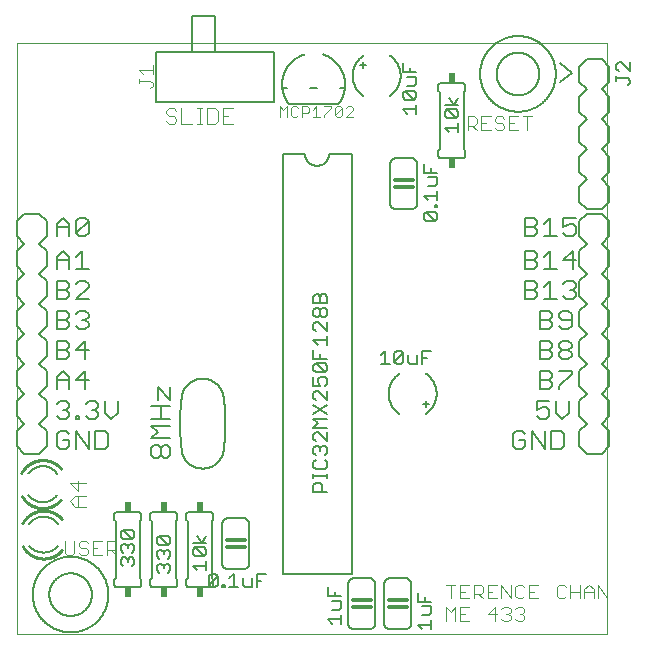
<source format=gto>
G75*
%MOIN*%
%OFA0B0*%
%FSLAX25Y25*%
%IPPOS*%
%LPD*%
%AMOC8*
5,1,8,0,0,1.08239X$1,22.5*
%
%ADD10C,0.00000*%
%ADD11C,0.00700*%
%ADD12C,0.00400*%
%ADD13C,0.00600*%
%ADD14C,0.01200*%
%ADD15C,0.00500*%
%ADD16C,0.01000*%
%ADD17C,0.00800*%
%ADD18R,0.02400X0.03400*%
D10*
X0006800Y0021800D02*
X0006800Y0218650D01*
X0203650Y0218650D01*
X0203650Y0021800D01*
X0006800Y0021800D01*
D11*
X0021201Y0083150D02*
X0023303Y0083150D01*
X0024354Y0084201D01*
X0024354Y0086303D01*
X0022252Y0086303D01*
X0024354Y0088404D02*
X0023303Y0089455D01*
X0021201Y0089455D01*
X0020150Y0088404D01*
X0020150Y0084201D01*
X0021201Y0083150D01*
X0026595Y0083150D02*
X0026595Y0089455D01*
X0030799Y0083150D01*
X0030799Y0089455D01*
X0033041Y0089455D02*
X0036194Y0089455D01*
X0037245Y0088404D01*
X0037245Y0084201D01*
X0036194Y0083150D01*
X0033041Y0083150D01*
X0033041Y0089455D01*
X0032971Y0093150D02*
X0030869Y0093150D01*
X0029818Y0094201D01*
X0027646Y0094201D02*
X0027646Y0093150D01*
X0026595Y0093150D01*
X0026595Y0094201D01*
X0027646Y0094201D01*
X0024354Y0094201D02*
X0023303Y0093150D01*
X0021201Y0093150D01*
X0020150Y0094201D01*
X0022252Y0096303D02*
X0023303Y0096303D01*
X0024354Y0095252D01*
X0024354Y0094201D01*
X0023303Y0096303D02*
X0024354Y0097354D01*
X0024354Y0098404D01*
X0023303Y0099455D01*
X0021201Y0099455D01*
X0020150Y0098404D01*
X0020150Y0103150D02*
X0020150Y0107354D01*
X0022252Y0109455D01*
X0024354Y0107354D01*
X0024354Y0103150D01*
X0024354Y0106303D02*
X0020150Y0106303D01*
X0026595Y0106303D02*
X0030799Y0106303D01*
X0029748Y0109455D02*
X0029748Y0103150D01*
X0026595Y0106303D02*
X0029748Y0109455D01*
X0029748Y0113150D02*
X0029748Y0119455D01*
X0026595Y0116303D01*
X0030799Y0116303D01*
X0024354Y0117354D02*
X0023303Y0116303D01*
X0020150Y0116303D01*
X0020150Y0119455D02*
X0020150Y0113150D01*
X0023303Y0113150D01*
X0024354Y0114201D01*
X0024354Y0115252D01*
X0023303Y0116303D01*
X0024354Y0117354D02*
X0024354Y0118404D01*
X0023303Y0119455D01*
X0020150Y0119455D01*
X0020150Y0123150D02*
X0023303Y0123150D01*
X0024354Y0124201D01*
X0024354Y0125252D01*
X0023303Y0126303D01*
X0020150Y0126303D01*
X0020150Y0129455D02*
X0023303Y0129455D01*
X0024354Y0128404D01*
X0024354Y0127354D01*
X0023303Y0126303D01*
X0020150Y0129455D02*
X0020150Y0123150D01*
X0026595Y0124201D02*
X0027646Y0123150D01*
X0029748Y0123150D01*
X0030799Y0124201D01*
X0030799Y0125252D01*
X0029748Y0126303D01*
X0028697Y0126303D01*
X0029748Y0126303D02*
X0030799Y0127354D01*
X0030799Y0128404D01*
X0029748Y0129455D01*
X0027646Y0129455D01*
X0026595Y0128404D01*
X0026595Y0133150D02*
X0030799Y0137354D01*
X0030799Y0138404D01*
X0029748Y0139455D01*
X0027646Y0139455D01*
X0026595Y0138404D01*
X0024354Y0138404D02*
X0024354Y0137354D01*
X0023303Y0136303D01*
X0020150Y0136303D01*
X0020150Y0139455D02*
X0020150Y0133150D01*
X0023303Y0133150D01*
X0024354Y0134201D01*
X0024354Y0135252D01*
X0023303Y0136303D01*
X0024354Y0138404D02*
X0023303Y0139455D01*
X0020150Y0139455D01*
X0020150Y0143150D02*
X0020150Y0147354D01*
X0022252Y0149455D01*
X0024354Y0147354D01*
X0024354Y0143150D01*
X0026595Y0143150D02*
X0030799Y0143150D01*
X0028697Y0143150D02*
X0028697Y0149455D01*
X0026595Y0147354D01*
X0024354Y0146303D02*
X0020150Y0146303D01*
X0020150Y0154150D02*
X0020150Y0158354D01*
X0022252Y0160455D01*
X0024354Y0158354D01*
X0024354Y0154150D01*
X0026595Y0155201D02*
X0030799Y0159404D01*
X0030799Y0155201D01*
X0029748Y0154150D01*
X0027646Y0154150D01*
X0026595Y0155201D01*
X0026595Y0159404D01*
X0027646Y0160455D01*
X0029748Y0160455D01*
X0030799Y0159404D01*
X0024354Y0157303D02*
X0020150Y0157303D01*
X0026595Y0133150D02*
X0030799Y0133150D01*
X0030869Y0099455D02*
X0032971Y0099455D01*
X0034022Y0098404D01*
X0034022Y0097354D01*
X0032971Y0096303D01*
X0034022Y0095252D01*
X0034022Y0094201D01*
X0032971Y0093150D01*
X0036264Y0095252D02*
X0038366Y0093150D01*
X0040467Y0095252D01*
X0040467Y0099455D01*
X0036264Y0099455D02*
X0036264Y0095252D01*
X0032971Y0096303D02*
X0031920Y0096303D01*
X0029818Y0098404D02*
X0030869Y0099455D01*
X0172150Y0088404D02*
X0172150Y0084201D01*
X0173201Y0083150D01*
X0175303Y0083150D01*
X0176354Y0084201D01*
X0176354Y0086303D01*
X0174252Y0086303D01*
X0176354Y0088404D02*
X0175303Y0089455D01*
X0173201Y0089455D01*
X0172150Y0088404D01*
X0178595Y0089455D02*
X0178595Y0083150D01*
X0182799Y0083150D02*
X0182799Y0089455D01*
X0185041Y0089455D02*
X0188194Y0089455D01*
X0189245Y0088404D01*
X0189245Y0084201D01*
X0188194Y0083150D01*
X0185041Y0083150D01*
X0185041Y0089455D01*
X0183303Y0093150D02*
X0181201Y0093150D01*
X0180150Y0094201D01*
X0180150Y0096303D02*
X0182252Y0097354D01*
X0183303Y0097354D01*
X0184354Y0096303D01*
X0184354Y0094201D01*
X0183303Y0093150D01*
X0186595Y0095252D02*
X0188697Y0093150D01*
X0190799Y0095252D01*
X0190799Y0099455D01*
X0186595Y0099455D02*
X0186595Y0095252D01*
X0184354Y0099455D02*
X0180150Y0099455D01*
X0180150Y0096303D01*
X0181150Y0103150D02*
X0184303Y0103150D01*
X0185354Y0104201D01*
X0185354Y0105252D01*
X0184303Y0106303D01*
X0181150Y0106303D01*
X0184303Y0106303D01*
X0185354Y0107354D01*
X0185354Y0108404D01*
X0184303Y0109455D01*
X0181150Y0109455D01*
X0181150Y0103150D01*
X0184303Y0103150D01*
X0185354Y0104201D01*
X0185354Y0105252D01*
X0184303Y0106303D01*
X0185354Y0107354D01*
X0185354Y0108404D01*
X0184303Y0109455D01*
X0181150Y0109455D01*
X0181150Y0103150D01*
X0187595Y0103150D02*
X0187595Y0104201D01*
X0191799Y0108404D01*
X0191799Y0109455D01*
X0187595Y0109455D01*
X0191799Y0109455D01*
X0191799Y0108404D01*
X0187595Y0104201D01*
X0187595Y0103150D01*
X0188646Y0113150D02*
X0187595Y0114201D01*
X0187595Y0115252D01*
X0188646Y0116303D01*
X0190748Y0116303D01*
X0191799Y0115252D01*
X0191799Y0114201D01*
X0190748Y0113150D01*
X0188646Y0113150D01*
X0187595Y0114201D01*
X0187595Y0115252D01*
X0188646Y0116303D01*
X0187595Y0117354D01*
X0187595Y0118404D01*
X0188646Y0119455D01*
X0190748Y0119455D01*
X0191799Y0118404D01*
X0191799Y0117354D01*
X0190748Y0116303D01*
X0188646Y0116303D01*
X0187595Y0117354D01*
X0187595Y0118404D01*
X0188646Y0119455D01*
X0190748Y0119455D01*
X0191799Y0118404D01*
X0191799Y0117354D01*
X0190748Y0116303D01*
X0191799Y0115252D01*
X0191799Y0114201D01*
X0190748Y0113150D01*
X0188646Y0113150D01*
X0185354Y0114201D02*
X0185354Y0115252D01*
X0184303Y0116303D01*
X0181150Y0116303D01*
X0184303Y0116303D01*
X0185354Y0117354D01*
X0185354Y0118404D01*
X0184303Y0119455D01*
X0181150Y0119455D01*
X0181150Y0113150D01*
X0184303Y0113150D01*
X0185354Y0114201D01*
X0184303Y0113150D01*
X0181150Y0113150D01*
X0181150Y0119455D01*
X0184303Y0119455D01*
X0185354Y0118404D01*
X0185354Y0117354D01*
X0184303Y0116303D01*
X0185354Y0115252D01*
X0185354Y0114201D01*
X0184303Y0123150D02*
X0181150Y0123150D01*
X0181150Y0129455D01*
X0184303Y0129455D01*
X0185354Y0128404D01*
X0185354Y0127354D01*
X0184303Y0126303D01*
X0181150Y0126303D01*
X0184303Y0126303D01*
X0185354Y0125252D01*
X0185354Y0124201D01*
X0184303Y0123150D01*
X0181150Y0123150D01*
X0181150Y0129455D01*
X0184303Y0129455D01*
X0185354Y0128404D01*
X0185354Y0127354D01*
X0184303Y0126303D01*
X0185354Y0125252D01*
X0185354Y0124201D01*
X0184303Y0123150D01*
X0187595Y0124201D02*
X0188646Y0123150D01*
X0190748Y0123150D01*
X0191799Y0124201D01*
X0191799Y0128404D01*
X0190748Y0129455D01*
X0188646Y0129455D01*
X0187595Y0128404D01*
X0187595Y0127354D01*
X0188646Y0126303D01*
X0191799Y0126303D01*
X0188646Y0126303D01*
X0187595Y0127354D01*
X0187595Y0128404D01*
X0188646Y0129455D01*
X0190748Y0129455D01*
X0191799Y0128404D01*
X0191799Y0124201D01*
X0190748Y0123150D01*
X0188646Y0123150D01*
X0187595Y0124201D01*
X0186799Y0133150D02*
X0182595Y0133150D01*
X0184697Y0133150D02*
X0184697Y0139455D01*
X0182595Y0137354D01*
X0180354Y0137354D02*
X0179303Y0136303D01*
X0176150Y0136303D01*
X0176150Y0139455D02*
X0176150Y0133150D01*
X0179303Y0133150D01*
X0180354Y0134201D01*
X0180354Y0135252D01*
X0179303Y0136303D01*
X0180354Y0137354D02*
X0180354Y0138404D01*
X0179303Y0139455D01*
X0176150Y0139455D01*
X0176150Y0143150D02*
X0179303Y0143150D01*
X0180354Y0144201D01*
X0180354Y0145252D01*
X0179303Y0146303D01*
X0176150Y0146303D01*
X0176150Y0149455D02*
X0176150Y0143150D01*
X0179303Y0146303D02*
X0180354Y0147354D01*
X0180354Y0148404D01*
X0179303Y0149455D01*
X0176150Y0149455D01*
X0176150Y0154150D02*
X0179303Y0154150D01*
X0180354Y0155201D01*
X0180354Y0156252D01*
X0179303Y0157303D01*
X0176150Y0157303D01*
X0176150Y0160455D02*
X0176150Y0154150D01*
X0179303Y0157303D02*
X0180354Y0158354D01*
X0180354Y0159404D01*
X0179303Y0160455D01*
X0176150Y0160455D01*
X0182595Y0158354D02*
X0184697Y0160455D01*
X0184697Y0154150D01*
X0182595Y0154150D02*
X0186799Y0154150D01*
X0189041Y0155201D02*
X0190092Y0154150D01*
X0192194Y0154150D01*
X0193245Y0155201D01*
X0193245Y0157303D01*
X0192194Y0158354D01*
X0191143Y0158354D01*
X0189041Y0157303D01*
X0189041Y0160455D01*
X0193245Y0160455D01*
X0192194Y0149455D02*
X0189041Y0146303D01*
X0193245Y0146303D01*
X0192194Y0149455D02*
X0192194Y0143150D01*
X0192194Y0139455D02*
X0190092Y0139455D01*
X0189041Y0138404D01*
X0191143Y0136303D02*
X0192194Y0136303D01*
X0193245Y0135252D01*
X0193245Y0134201D01*
X0192194Y0133150D01*
X0190092Y0133150D01*
X0189041Y0134201D01*
X0192194Y0136303D02*
X0193245Y0137354D01*
X0193245Y0138404D01*
X0192194Y0139455D01*
X0186799Y0143150D02*
X0182595Y0143150D01*
X0184697Y0143150D02*
X0184697Y0149455D01*
X0182595Y0147354D01*
X0178595Y0089455D02*
X0182799Y0083150D01*
X0187780Y0205536D02*
X0191984Y0208689D01*
X0187780Y0211841D01*
D12*
X0178591Y0194155D02*
X0175522Y0194155D01*
X0173987Y0194155D02*
X0170918Y0194155D01*
X0170918Y0189551D01*
X0173987Y0189551D01*
X0172453Y0191853D02*
X0170918Y0191853D01*
X0169383Y0191086D02*
X0169383Y0190318D01*
X0168616Y0189551D01*
X0167081Y0189551D01*
X0166314Y0190318D01*
X0164780Y0189551D02*
X0161710Y0189551D01*
X0161710Y0194155D01*
X0164780Y0194155D01*
X0166314Y0193388D02*
X0166314Y0192620D01*
X0167081Y0191853D01*
X0168616Y0191853D01*
X0169383Y0191086D01*
X0169383Y0193388D02*
X0168616Y0194155D01*
X0167081Y0194155D01*
X0166314Y0193388D01*
X0163245Y0191853D02*
X0161710Y0191853D01*
X0160176Y0191853D02*
X0160176Y0193388D01*
X0159408Y0194155D01*
X0157106Y0194155D01*
X0157106Y0189551D01*
X0157106Y0191086D02*
X0159408Y0191086D01*
X0160176Y0191853D01*
X0158641Y0191086D02*
X0160176Y0189551D01*
X0177057Y0189551D02*
X0177057Y0194155D01*
X0119001Y0194000D02*
X0116599Y0194000D01*
X0119001Y0196402D01*
X0119001Y0197003D01*
X0118400Y0197603D01*
X0117199Y0197603D01*
X0116599Y0197003D01*
X0115318Y0197003D02*
X0115318Y0194601D01*
X0114717Y0194000D01*
X0113516Y0194000D01*
X0112916Y0194601D01*
X0115318Y0197003D01*
X0114717Y0197603D01*
X0113516Y0197603D01*
X0112916Y0197003D01*
X0112916Y0194601D01*
X0111635Y0197003D02*
X0109233Y0194601D01*
X0109233Y0194000D01*
X0107951Y0194000D02*
X0105549Y0194000D01*
X0106750Y0194000D02*
X0106750Y0197603D01*
X0105549Y0196402D01*
X0104268Y0197003D02*
X0104268Y0195802D01*
X0103668Y0195201D01*
X0101866Y0195201D01*
X0101866Y0194000D02*
X0101866Y0197603D01*
X0103668Y0197603D01*
X0104268Y0197003D01*
X0100585Y0197003D02*
X0099985Y0197603D01*
X0098784Y0197603D01*
X0098183Y0197003D01*
X0098183Y0194601D01*
X0098784Y0194000D01*
X0099985Y0194000D01*
X0100585Y0194601D01*
X0096902Y0194000D02*
X0096902Y0197603D01*
X0095701Y0196402D01*
X0094500Y0197603D01*
X0094500Y0194000D01*
X0109233Y0197603D02*
X0111635Y0197603D01*
X0111635Y0197003D01*
X0078983Y0196889D02*
X0075513Y0196889D01*
X0075513Y0191685D01*
X0078983Y0191685D01*
X0077248Y0194287D02*
X0075513Y0194287D01*
X0073826Y0192552D02*
X0072959Y0191685D01*
X0070357Y0191685D01*
X0070357Y0196889D01*
X0072959Y0196889D01*
X0073826Y0196022D01*
X0073826Y0192552D01*
X0068654Y0191685D02*
X0066919Y0191685D01*
X0067786Y0191685D02*
X0067786Y0196889D01*
X0066919Y0196889D02*
X0068654Y0196889D01*
X0065232Y0191685D02*
X0061763Y0191685D01*
X0061763Y0196889D01*
X0060076Y0196022D02*
X0059209Y0196889D01*
X0057474Y0196889D01*
X0056606Y0196022D01*
X0056606Y0195155D01*
X0057474Y0194287D01*
X0059209Y0194287D01*
X0060076Y0193420D01*
X0060076Y0192552D01*
X0059209Y0191685D01*
X0057474Y0191685D01*
X0056606Y0192552D01*
X0051345Y0203654D02*
X0052112Y0204421D01*
X0052112Y0205188D01*
X0051345Y0205955D01*
X0047508Y0205955D01*
X0047508Y0205188D02*
X0047508Y0206723D01*
X0049043Y0208257D02*
X0047508Y0209792D01*
X0052112Y0209792D01*
X0052112Y0208257D02*
X0052112Y0211327D01*
X0027226Y0072752D02*
X0027226Y0069282D01*
X0024624Y0071885D01*
X0029828Y0071885D01*
X0029828Y0067596D02*
X0026359Y0067596D01*
X0024624Y0065861D01*
X0026359Y0064126D01*
X0029828Y0064126D01*
X0027226Y0064126D02*
X0027226Y0067596D01*
X0028371Y0052604D02*
X0027604Y0051837D01*
X0027604Y0051069D01*
X0028371Y0050302D01*
X0029906Y0050302D01*
X0030673Y0049535D01*
X0030673Y0048767D01*
X0029906Y0048000D01*
X0028371Y0048000D01*
X0027604Y0048767D01*
X0026069Y0048767D02*
X0025302Y0048000D01*
X0023767Y0048000D01*
X0023000Y0048767D01*
X0023000Y0052604D01*
X0026069Y0052604D02*
X0026069Y0048767D01*
X0028371Y0052604D02*
X0029906Y0052604D01*
X0030673Y0051837D01*
X0032208Y0052604D02*
X0032208Y0048000D01*
X0035277Y0048000D01*
X0036812Y0048000D02*
X0036812Y0052604D01*
X0039114Y0052604D01*
X0039881Y0051837D01*
X0039881Y0050302D01*
X0039114Y0049535D01*
X0036812Y0049535D01*
X0038346Y0049535D02*
X0039881Y0048000D01*
X0035277Y0052604D02*
X0032208Y0052604D01*
X0032208Y0050302D02*
X0033742Y0050302D01*
X0150000Y0038104D02*
X0153069Y0038104D01*
X0151535Y0038104D02*
X0151535Y0033500D01*
X0153069Y0030604D02*
X0153069Y0026000D01*
X0154604Y0026000D02*
X0157673Y0026000D01*
X0156139Y0028302D02*
X0154604Y0028302D01*
X0154604Y0030604D02*
X0154604Y0026000D01*
X0151535Y0029069D02*
X0153069Y0030604D01*
X0154604Y0030604D02*
X0157673Y0030604D01*
X0157673Y0033500D02*
X0154604Y0033500D01*
X0154604Y0038104D01*
X0157673Y0038104D01*
X0159208Y0038104D02*
X0161510Y0038104D01*
X0162277Y0037337D01*
X0162277Y0035802D01*
X0161510Y0035035D01*
X0159208Y0035035D01*
X0160742Y0035035D02*
X0162277Y0033500D01*
X0163812Y0033500D02*
X0166881Y0033500D01*
X0168416Y0033500D02*
X0168416Y0038104D01*
X0171485Y0033500D01*
X0171485Y0038104D01*
X0173020Y0037337D02*
X0173020Y0034267D01*
X0173787Y0033500D01*
X0175322Y0033500D01*
X0176089Y0034267D01*
X0177624Y0033500D02*
X0180693Y0033500D01*
X0179158Y0035802D02*
X0177624Y0035802D01*
X0176089Y0037337D02*
X0175322Y0038104D01*
X0173787Y0038104D01*
X0173020Y0037337D01*
X0177624Y0038104D02*
X0177624Y0033500D01*
X0175322Y0030604D02*
X0176089Y0029837D01*
X0176089Y0029069D01*
X0175322Y0028302D01*
X0176089Y0027535D01*
X0176089Y0026767D01*
X0175322Y0026000D01*
X0173787Y0026000D01*
X0173020Y0026767D01*
X0171485Y0026767D02*
X0171485Y0027535D01*
X0170718Y0028302D01*
X0169950Y0028302D01*
X0170718Y0028302D02*
X0171485Y0029069D01*
X0171485Y0029837D01*
X0170718Y0030604D01*
X0169183Y0030604D01*
X0168416Y0029837D01*
X0166881Y0028302D02*
X0163812Y0028302D01*
X0166114Y0030604D01*
X0166114Y0026000D01*
X0168416Y0026767D02*
X0169183Y0026000D01*
X0170718Y0026000D01*
X0171485Y0026767D01*
X0174554Y0028302D02*
X0175322Y0028302D01*
X0175322Y0030604D02*
X0173787Y0030604D01*
X0173020Y0029837D01*
X0177624Y0038104D02*
X0180693Y0038104D01*
X0186831Y0037337D02*
X0186831Y0034267D01*
X0187599Y0033500D01*
X0189133Y0033500D01*
X0189901Y0034267D01*
X0191435Y0033500D02*
X0191435Y0038104D01*
X0189901Y0037337D02*
X0189133Y0038104D01*
X0187599Y0038104D01*
X0186831Y0037337D01*
X0191435Y0035802D02*
X0194505Y0035802D01*
X0196039Y0035802D02*
X0199109Y0035802D01*
X0199109Y0036569D02*
X0199109Y0033500D01*
X0200643Y0033500D02*
X0200643Y0038104D01*
X0203712Y0033500D01*
X0203712Y0038104D01*
X0199109Y0036569D02*
X0197574Y0038104D01*
X0196039Y0036569D01*
X0196039Y0033500D01*
X0194505Y0033500D02*
X0194505Y0038104D01*
X0166881Y0038104D02*
X0163812Y0038104D01*
X0163812Y0033500D01*
X0163812Y0035802D02*
X0165346Y0035802D01*
X0159208Y0033500D02*
X0159208Y0038104D01*
X0156139Y0035802D02*
X0154604Y0035802D01*
X0150000Y0030604D02*
X0151535Y0029069D01*
X0150000Y0030604D02*
X0150000Y0026000D01*
D13*
X0138300Y0025300D02*
X0138300Y0038300D01*
X0138298Y0038387D01*
X0138292Y0038474D01*
X0138283Y0038561D01*
X0138270Y0038647D01*
X0138253Y0038733D01*
X0138232Y0038818D01*
X0138207Y0038901D01*
X0138179Y0038984D01*
X0138148Y0039065D01*
X0138113Y0039145D01*
X0138074Y0039223D01*
X0138032Y0039300D01*
X0137987Y0039375D01*
X0137938Y0039447D01*
X0137887Y0039518D01*
X0137832Y0039586D01*
X0137775Y0039651D01*
X0137714Y0039714D01*
X0137651Y0039775D01*
X0137586Y0039832D01*
X0137518Y0039887D01*
X0137447Y0039938D01*
X0137375Y0039987D01*
X0137300Y0040032D01*
X0137223Y0040074D01*
X0137145Y0040113D01*
X0137065Y0040148D01*
X0136984Y0040179D01*
X0136901Y0040207D01*
X0136818Y0040232D01*
X0136733Y0040253D01*
X0136647Y0040270D01*
X0136561Y0040283D01*
X0136474Y0040292D01*
X0136387Y0040298D01*
X0136300Y0040300D01*
X0131300Y0040300D01*
X0131213Y0040298D01*
X0131126Y0040292D01*
X0131039Y0040283D01*
X0130953Y0040270D01*
X0130867Y0040253D01*
X0130782Y0040232D01*
X0130699Y0040207D01*
X0130616Y0040179D01*
X0130535Y0040148D01*
X0130455Y0040113D01*
X0130377Y0040074D01*
X0130300Y0040032D01*
X0130225Y0039987D01*
X0130153Y0039938D01*
X0130082Y0039887D01*
X0130014Y0039832D01*
X0129949Y0039775D01*
X0129886Y0039714D01*
X0129825Y0039651D01*
X0129768Y0039586D01*
X0129713Y0039518D01*
X0129662Y0039447D01*
X0129613Y0039375D01*
X0129568Y0039300D01*
X0129526Y0039223D01*
X0129487Y0039145D01*
X0129452Y0039065D01*
X0129421Y0038984D01*
X0129393Y0038901D01*
X0129368Y0038818D01*
X0129347Y0038733D01*
X0129330Y0038647D01*
X0129317Y0038561D01*
X0129308Y0038474D01*
X0129302Y0038387D01*
X0129300Y0038300D01*
X0129300Y0025300D01*
X0129302Y0025213D01*
X0129308Y0025126D01*
X0129317Y0025039D01*
X0129330Y0024953D01*
X0129347Y0024867D01*
X0129368Y0024782D01*
X0129393Y0024699D01*
X0129421Y0024616D01*
X0129452Y0024535D01*
X0129487Y0024455D01*
X0129526Y0024377D01*
X0129568Y0024300D01*
X0129613Y0024225D01*
X0129662Y0024153D01*
X0129713Y0024082D01*
X0129768Y0024014D01*
X0129825Y0023949D01*
X0129886Y0023886D01*
X0129949Y0023825D01*
X0130014Y0023768D01*
X0130082Y0023713D01*
X0130153Y0023662D01*
X0130225Y0023613D01*
X0130300Y0023568D01*
X0130377Y0023526D01*
X0130455Y0023487D01*
X0130535Y0023452D01*
X0130616Y0023421D01*
X0130699Y0023393D01*
X0130782Y0023368D01*
X0130867Y0023347D01*
X0130953Y0023330D01*
X0131039Y0023317D01*
X0131126Y0023308D01*
X0131213Y0023302D01*
X0131300Y0023300D01*
X0136300Y0023300D01*
X0136387Y0023302D01*
X0136474Y0023308D01*
X0136561Y0023317D01*
X0136647Y0023330D01*
X0136733Y0023347D01*
X0136818Y0023368D01*
X0136901Y0023393D01*
X0136984Y0023421D01*
X0137065Y0023452D01*
X0137145Y0023487D01*
X0137223Y0023526D01*
X0137300Y0023568D01*
X0137375Y0023613D01*
X0137447Y0023662D01*
X0137518Y0023713D01*
X0137586Y0023768D01*
X0137651Y0023825D01*
X0137714Y0023886D01*
X0137775Y0023949D01*
X0137832Y0024014D01*
X0137887Y0024082D01*
X0137938Y0024153D01*
X0137987Y0024225D01*
X0138032Y0024300D01*
X0138074Y0024377D01*
X0138113Y0024455D01*
X0138148Y0024535D01*
X0138179Y0024616D01*
X0138207Y0024699D01*
X0138232Y0024782D01*
X0138253Y0024867D01*
X0138270Y0024953D01*
X0138283Y0025039D01*
X0138292Y0025126D01*
X0138298Y0025213D01*
X0138300Y0025300D01*
X0126300Y0025300D02*
X0126300Y0038300D01*
X0126298Y0038387D01*
X0126292Y0038474D01*
X0126283Y0038561D01*
X0126270Y0038647D01*
X0126253Y0038733D01*
X0126232Y0038818D01*
X0126207Y0038901D01*
X0126179Y0038984D01*
X0126148Y0039065D01*
X0126113Y0039145D01*
X0126074Y0039223D01*
X0126032Y0039300D01*
X0125987Y0039375D01*
X0125938Y0039447D01*
X0125887Y0039518D01*
X0125832Y0039586D01*
X0125775Y0039651D01*
X0125714Y0039714D01*
X0125651Y0039775D01*
X0125586Y0039832D01*
X0125518Y0039887D01*
X0125447Y0039938D01*
X0125375Y0039987D01*
X0125300Y0040032D01*
X0125223Y0040074D01*
X0125145Y0040113D01*
X0125065Y0040148D01*
X0124984Y0040179D01*
X0124901Y0040207D01*
X0124818Y0040232D01*
X0124733Y0040253D01*
X0124647Y0040270D01*
X0124561Y0040283D01*
X0124474Y0040292D01*
X0124387Y0040298D01*
X0124300Y0040300D01*
X0119300Y0040300D01*
X0118457Y0041745D02*
X0095457Y0041745D01*
X0095457Y0181745D01*
X0102957Y0181745D01*
X0102959Y0181619D01*
X0102965Y0181494D01*
X0102975Y0181369D01*
X0102989Y0181244D01*
X0103006Y0181119D01*
X0103028Y0180995D01*
X0103053Y0180872D01*
X0103083Y0180750D01*
X0103116Y0180629D01*
X0103153Y0180509D01*
X0103193Y0180390D01*
X0103238Y0180273D01*
X0103286Y0180156D01*
X0103338Y0180042D01*
X0103393Y0179929D01*
X0103452Y0179818D01*
X0103514Y0179709D01*
X0103580Y0179602D01*
X0103649Y0179497D01*
X0103721Y0179394D01*
X0103796Y0179293D01*
X0103875Y0179195D01*
X0103957Y0179100D01*
X0104041Y0179007D01*
X0104129Y0178917D01*
X0104219Y0178829D01*
X0104312Y0178745D01*
X0104407Y0178663D01*
X0104505Y0178584D01*
X0104606Y0178509D01*
X0104709Y0178437D01*
X0104814Y0178368D01*
X0104921Y0178302D01*
X0105030Y0178240D01*
X0105141Y0178181D01*
X0105254Y0178126D01*
X0105368Y0178074D01*
X0105485Y0178026D01*
X0105602Y0177981D01*
X0105721Y0177941D01*
X0105841Y0177904D01*
X0105962Y0177871D01*
X0106084Y0177841D01*
X0106207Y0177816D01*
X0106331Y0177794D01*
X0106456Y0177777D01*
X0106581Y0177763D01*
X0106706Y0177753D01*
X0106831Y0177747D01*
X0106957Y0177745D01*
X0107083Y0177747D01*
X0107208Y0177753D01*
X0107333Y0177763D01*
X0107458Y0177777D01*
X0107583Y0177794D01*
X0107707Y0177816D01*
X0107830Y0177841D01*
X0107952Y0177871D01*
X0108073Y0177904D01*
X0108193Y0177941D01*
X0108312Y0177981D01*
X0108429Y0178026D01*
X0108546Y0178074D01*
X0108660Y0178126D01*
X0108773Y0178181D01*
X0108884Y0178240D01*
X0108993Y0178302D01*
X0109100Y0178368D01*
X0109205Y0178437D01*
X0109308Y0178509D01*
X0109409Y0178584D01*
X0109507Y0178663D01*
X0109602Y0178745D01*
X0109695Y0178829D01*
X0109785Y0178917D01*
X0109873Y0179007D01*
X0109957Y0179100D01*
X0110039Y0179195D01*
X0110118Y0179293D01*
X0110193Y0179394D01*
X0110265Y0179497D01*
X0110334Y0179602D01*
X0110400Y0179709D01*
X0110462Y0179818D01*
X0110521Y0179929D01*
X0110576Y0180042D01*
X0110628Y0180156D01*
X0110676Y0180273D01*
X0110721Y0180390D01*
X0110761Y0180509D01*
X0110798Y0180629D01*
X0110831Y0180750D01*
X0110861Y0180872D01*
X0110886Y0180995D01*
X0110908Y0181119D01*
X0110925Y0181244D01*
X0110939Y0181369D01*
X0110949Y0181494D01*
X0110955Y0181619D01*
X0110957Y0181745D01*
X0118457Y0181745D01*
X0118457Y0041745D01*
X0119300Y0040300D02*
X0119213Y0040298D01*
X0119126Y0040292D01*
X0119039Y0040283D01*
X0118953Y0040270D01*
X0118867Y0040253D01*
X0118782Y0040232D01*
X0118699Y0040207D01*
X0118616Y0040179D01*
X0118535Y0040148D01*
X0118455Y0040113D01*
X0118377Y0040074D01*
X0118300Y0040032D01*
X0118225Y0039987D01*
X0118153Y0039938D01*
X0118082Y0039887D01*
X0118014Y0039832D01*
X0117949Y0039775D01*
X0117886Y0039714D01*
X0117825Y0039651D01*
X0117768Y0039586D01*
X0117713Y0039518D01*
X0117662Y0039447D01*
X0117613Y0039375D01*
X0117568Y0039300D01*
X0117526Y0039223D01*
X0117487Y0039145D01*
X0117452Y0039065D01*
X0117421Y0038984D01*
X0117393Y0038901D01*
X0117368Y0038818D01*
X0117347Y0038733D01*
X0117330Y0038647D01*
X0117317Y0038561D01*
X0117308Y0038474D01*
X0117302Y0038387D01*
X0117300Y0038300D01*
X0117300Y0025300D01*
X0117302Y0025213D01*
X0117308Y0025126D01*
X0117317Y0025039D01*
X0117330Y0024953D01*
X0117347Y0024867D01*
X0117368Y0024782D01*
X0117393Y0024699D01*
X0117421Y0024616D01*
X0117452Y0024535D01*
X0117487Y0024455D01*
X0117526Y0024377D01*
X0117568Y0024300D01*
X0117613Y0024225D01*
X0117662Y0024153D01*
X0117713Y0024082D01*
X0117768Y0024014D01*
X0117825Y0023949D01*
X0117886Y0023886D01*
X0117949Y0023825D01*
X0118014Y0023768D01*
X0118082Y0023713D01*
X0118153Y0023662D01*
X0118225Y0023613D01*
X0118300Y0023568D01*
X0118377Y0023526D01*
X0118455Y0023487D01*
X0118535Y0023452D01*
X0118616Y0023421D01*
X0118699Y0023393D01*
X0118782Y0023368D01*
X0118867Y0023347D01*
X0118953Y0023330D01*
X0119039Y0023317D01*
X0119126Y0023308D01*
X0119213Y0023302D01*
X0119300Y0023300D01*
X0124300Y0023300D01*
X0124387Y0023302D01*
X0124474Y0023308D01*
X0124561Y0023317D01*
X0124647Y0023330D01*
X0124733Y0023347D01*
X0124818Y0023368D01*
X0124901Y0023393D01*
X0124984Y0023421D01*
X0125065Y0023452D01*
X0125145Y0023487D01*
X0125223Y0023526D01*
X0125300Y0023568D01*
X0125375Y0023613D01*
X0125447Y0023662D01*
X0125518Y0023713D01*
X0125586Y0023768D01*
X0125651Y0023825D01*
X0125714Y0023886D01*
X0125775Y0023949D01*
X0125832Y0024014D01*
X0125887Y0024082D01*
X0125938Y0024153D01*
X0125987Y0024225D01*
X0126032Y0024300D01*
X0126074Y0024377D01*
X0126113Y0024455D01*
X0126148Y0024535D01*
X0126179Y0024616D01*
X0126207Y0024699D01*
X0126232Y0024782D01*
X0126253Y0024867D01*
X0126270Y0024953D01*
X0126283Y0025039D01*
X0126292Y0025126D01*
X0126298Y0025213D01*
X0126300Y0025300D01*
X0084300Y0045300D02*
X0084300Y0058300D01*
X0084298Y0058387D01*
X0084292Y0058474D01*
X0084283Y0058561D01*
X0084270Y0058647D01*
X0084253Y0058733D01*
X0084232Y0058818D01*
X0084207Y0058901D01*
X0084179Y0058984D01*
X0084148Y0059065D01*
X0084113Y0059145D01*
X0084074Y0059223D01*
X0084032Y0059300D01*
X0083987Y0059375D01*
X0083938Y0059447D01*
X0083887Y0059518D01*
X0083832Y0059586D01*
X0083775Y0059651D01*
X0083714Y0059714D01*
X0083651Y0059775D01*
X0083586Y0059832D01*
X0083518Y0059887D01*
X0083447Y0059938D01*
X0083375Y0059987D01*
X0083300Y0060032D01*
X0083223Y0060074D01*
X0083145Y0060113D01*
X0083065Y0060148D01*
X0082984Y0060179D01*
X0082901Y0060207D01*
X0082818Y0060232D01*
X0082733Y0060253D01*
X0082647Y0060270D01*
X0082561Y0060283D01*
X0082474Y0060292D01*
X0082387Y0060298D01*
X0082300Y0060300D01*
X0077300Y0060300D01*
X0077213Y0060298D01*
X0077126Y0060292D01*
X0077039Y0060283D01*
X0076953Y0060270D01*
X0076867Y0060253D01*
X0076782Y0060232D01*
X0076699Y0060207D01*
X0076616Y0060179D01*
X0076535Y0060148D01*
X0076455Y0060113D01*
X0076377Y0060074D01*
X0076300Y0060032D01*
X0076225Y0059987D01*
X0076153Y0059938D01*
X0076082Y0059887D01*
X0076014Y0059832D01*
X0075949Y0059775D01*
X0075886Y0059714D01*
X0075825Y0059651D01*
X0075768Y0059586D01*
X0075713Y0059518D01*
X0075662Y0059447D01*
X0075613Y0059375D01*
X0075568Y0059300D01*
X0075526Y0059223D01*
X0075487Y0059145D01*
X0075452Y0059065D01*
X0075421Y0058984D01*
X0075393Y0058901D01*
X0075368Y0058818D01*
X0075347Y0058733D01*
X0075330Y0058647D01*
X0075317Y0058561D01*
X0075308Y0058474D01*
X0075302Y0058387D01*
X0075300Y0058300D01*
X0075300Y0045300D01*
X0075302Y0045213D01*
X0075308Y0045126D01*
X0075317Y0045039D01*
X0075330Y0044953D01*
X0075347Y0044867D01*
X0075368Y0044782D01*
X0075393Y0044699D01*
X0075421Y0044616D01*
X0075452Y0044535D01*
X0075487Y0044455D01*
X0075526Y0044377D01*
X0075568Y0044300D01*
X0075613Y0044225D01*
X0075662Y0044153D01*
X0075713Y0044082D01*
X0075768Y0044014D01*
X0075825Y0043949D01*
X0075886Y0043886D01*
X0075949Y0043825D01*
X0076014Y0043768D01*
X0076082Y0043713D01*
X0076153Y0043662D01*
X0076225Y0043613D01*
X0076300Y0043568D01*
X0076377Y0043526D01*
X0076455Y0043487D01*
X0076535Y0043452D01*
X0076616Y0043421D01*
X0076699Y0043393D01*
X0076782Y0043368D01*
X0076867Y0043347D01*
X0076953Y0043330D01*
X0077039Y0043317D01*
X0077126Y0043308D01*
X0077213Y0043302D01*
X0077300Y0043300D01*
X0082300Y0043300D01*
X0082387Y0043302D01*
X0082474Y0043308D01*
X0082561Y0043317D01*
X0082647Y0043330D01*
X0082733Y0043347D01*
X0082818Y0043368D01*
X0082901Y0043393D01*
X0082984Y0043421D01*
X0083065Y0043452D01*
X0083145Y0043487D01*
X0083223Y0043526D01*
X0083300Y0043568D01*
X0083375Y0043613D01*
X0083447Y0043662D01*
X0083518Y0043713D01*
X0083586Y0043768D01*
X0083651Y0043825D01*
X0083714Y0043886D01*
X0083775Y0043949D01*
X0083832Y0044014D01*
X0083887Y0044082D01*
X0083938Y0044153D01*
X0083987Y0044225D01*
X0084032Y0044300D01*
X0084074Y0044377D01*
X0084113Y0044455D01*
X0084148Y0044535D01*
X0084179Y0044616D01*
X0084207Y0044699D01*
X0084232Y0044782D01*
X0084253Y0044867D01*
X0084270Y0044953D01*
X0084283Y0045039D01*
X0084292Y0045126D01*
X0084298Y0045213D01*
X0084300Y0045300D01*
X0072300Y0039800D02*
X0072300Y0038300D01*
X0072298Y0038240D01*
X0072293Y0038179D01*
X0072284Y0038120D01*
X0072271Y0038061D01*
X0072255Y0038002D01*
X0072235Y0037945D01*
X0072212Y0037890D01*
X0072185Y0037835D01*
X0072156Y0037783D01*
X0072123Y0037732D01*
X0072087Y0037683D01*
X0072049Y0037637D01*
X0072007Y0037593D01*
X0071963Y0037551D01*
X0071917Y0037513D01*
X0071868Y0037477D01*
X0071817Y0037444D01*
X0071765Y0037415D01*
X0071710Y0037388D01*
X0071655Y0037365D01*
X0071598Y0037345D01*
X0071539Y0037329D01*
X0071480Y0037316D01*
X0071421Y0037307D01*
X0071360Y0037302D01*
X0071300Y0037300D01*
X0064300Y0037300D01*
X0064240Y0037302D01*
X0064179Y0037307D01*
X0064120Y0037316D01*
X0064061Y0037329D01*
X0064002Y0037345D01*
X0063945Y0037365D01*
X0063890Y0037388D01*
X0063835Y0037415D01*
X0063783Y0037444D01*
X0063732Y0037477D01*
X0063683Y0037513D01*
X0063637Y0037551D01*
X0063593Y0037593D01*
X0063551Y0037637D01*
X0063513Y0037683D01*
X0063477Y0037732D01*
X0063444Y0037783D01*
X0063415Y0037835D01*
X0063388Y0037890D01*
X0063365Y0037945D01*
X0063345Y0038002D01*
X0063329Y0038061D01*
X0063316Y0038120D01*
X0063307Y0038179D01*
X0063302Y0038240D01*
X0063300Y0038300D01*
X0063300Y0039800D01*
X0063800Y0040300D01*
X0063800Y0059300D01*
X0063300Y0059800D01*
X0063300Y0061300D01*
X0063302Y0061360D01*
X0063307Y0061421D01*
X0063316Y0061480D01*
X0063329Y0061539D01*
X0063345Y0061598D01*
X0063365Y0061655D01*
X0063388Y0061710D01*
X0063415Y0061765D01*
X0063444Y0061817D01*
X0063477Y0061868D01*
X0063513Y0061917D01*
X0063551Y0061963D01*
X0063593Y0062007D01*
X0063637Y0062049D01*
X0063683Y0062087D01*
X0063732Y0062123D01*
X0063783Y0062156D01*
X0063835Y0062185D01*
X0063890Y0062212D01*
X0063945Y0062235D01*
X0064002Y0062255D01*
X0064061Y0062271D01*
X0064120Y0062284D01*
X0064179Y0062293D01*
X0064240Y0062298D01*
X0064300Y0062300D01*
X0071300Y0062300D01*
X0071360Y0062298D01*
X0071421Y0062293D01*
X0071480Y0062284D01*
X0071539Y0062271D01*
X0071598Y0062255D01*
X0071655Y0062235D01*
X0071710Y0062212D01*
X0071765Y0062185D01*
X0071817Y0062156D01*
X0071868Y0062123D01*
X0071917Y0062087D01*
X0071963Y0062049D01*
X0072007Y0062007D01*
X0072049Y0061963D01*
X0072087Y0061917D01*
X0072123Y0061868D01*
X0072156Y0061817D01*
X0072185Y0061765D01*
X0072212Y0061710D01*
X0072235Y0061655D01*
X0072255Y0061598D01*
X0072271Y0061539D01*
X0072284Y0061480D01*
X0072293Y0061421D01*
X0072298Y0061360D01*
X0072300Y0061300D01*
X0072300Y0059800D01*
X0071800Y0059300D01*
X0071800Y0040300D01*
X0072300Y0039800D01*
X0060300Y0039800D02*
X0060300Y0038300D01*
X0060298Y0038240D01*
X0060293Y0038179D01*
X0060284Y0038120D01*
X0060271Y0038061D01*
X0060255Y0038002D01*
X0060235Y0037945D01*
X0060212Y0037890D01*
X0060185Y0037835D01*
X0060156Y0037783D01*
X0060123Y0037732D01*
X0060087Y0037683D01*
X0060049Y0037637D01*
X0060007Y0037593D01*
X0059963Y0037551D01*
X0059917Y0037513D01*
X0059868Y0037477D01*
X0059817Y0037444D01*
X0059765Y0037415D01*
X0059710Y0037388D01*
X0059655Y0037365D01*
X0059598Y0037345D01*
X0059539Y0037329D01*
X0059480Y0037316D01*
X0059421Y0037307D01*
X0059360Y0037302D01*
X0059300Y0037300D01*
X0052300Y0037300D01*
X0052240Y0037302D01*
X0052179Y0037307D01*
X0052120Y0037316D01*
X0052061Y0037329D01*
X0052002Y0037345D01*
X0051945Y0037365D01*
X0051890Y0037388D01*
X0051835Y0037415D01*
X0051783Y0037444D01*
X0051732Y0037477D01*
X0051683Y0037513D01*
X0051637Y0037551D01*
X0051593Y0037593D01*
X0051551Y0037637D01*
X0051513Y0037683D01*
X0051477Y0037732D01*
X0051444Y0037783D01*
X0051415Y0037835D01*
X0051388Y0037890D01*
X0051365Y0037945D01*
X0051345Y0038002D01*
X0051329Y0038061D01*
X0051316Y0038120D01*
X0051307Y0038179D01*
X0051302Y0038240D01*
X0051300Y0038300D01*
X0051300Y0039800D01*
X0051800Y0040300D01*
X0051800Y0059300D01*
X0051300Y0059800D01*
X0051300Y0061300D01*
X0051302Y0061360D01*
X0051307Y0061421D01*
X0051316Y0061480D01*
X0051329Y0061539D01*
X0051345Y0061598D01*
X0051365Y0061655D01*
X0051388Y0061710D01*
X0051415Y0061765D01*
X0051444Y0061817D01*
X0051477Y0061868D01*
X0051513Y0061917D01*
X0051551Y0061963D01*
X0051593Y0062007D01*
X0051637Y0062049D01*
X0051683Y0062087D01*
X0051732Y0062123D01*
X0051783Y0062156D01*
X0051835Y0062185D01*
X0051890Y0062212D01*
X0051945Y0062235D01*
X0052002Y0062255D01*
X0052061Y0062271D01*
X0052120Y0062284D01*
X0052179Y0062293D01*
X0052240Y0062298D01*
X0052300Y0062300D01*
X0059300Y0062300D01*
X0059360Y0062298D01*
X0059421Y0062293D01*
X0059480Y0062284D01*
X0059539Y0062271D01*
X0059598Y0062255D01*
X0059655Y0062235D01*
X0059710Y0062212D01*
X0059765Y0062185D01*
X0059817Y0062156D01*
X0059868Y0062123D01*
X0059917Y0062087D01*
X0059963Y0062049D01*
X0060007Y0062007D01*
X0060049Y0061963D01*
X0060087Y0061917D01*
X0060123Y0061868D01*
X0060156Y0061817D01*
X0060185Y0061765D01*
X0060212Y0061710D01*
X0060235Y0061655D01*
X0060255Y0061598D01*
X0060271Y0061539D01*
X0060284Y0061480D01*
X0060293Y0061421D01*
X0060298Y0061360D01*
X0060300Y0061300D01*
X0060300Y0059800D01*
X0059800Y0059300D01*
X0059800Y0040300D01*
X0060300Y0039800D01*
X0048300Y0039800D02*
X0048300Y0038300D01*
X0048298Y0038240D01*
X0048293Y0038179D01*
X0048284Y0038120D01*
X0048271Y0038061D01*
X0048255Y0038002D01*
X0048235Y0037945D01*
X0048212Y0037890D01*
X0048185Y0037835D01*
X0048156Y0037783D01*
X0048123Y0037732D01*
X0048087Y0037683D01*
X0048049Y0037637D01*
X0048007Y0037593D01*
X0047963Y0037551D01*
X0047917Y0037513D01*
X0047868Y0037477D01*
X0047817Y0037444D01*
X0047765Y0037415D01*
X0047710Y0037388D01*
X0047655Y0037365D01*
X0047598Y0037345D01*
X0047539Y0037329D01*
X0047480Y0037316D01*
X0047421Y0037307D01*
X0047360Y0037302D01*
X0047300Y0037300D01*
X0040300Y0037300D01*
X0040240Y0037302D01*
X0040179Y0037307D01*
X0040120Y0037316D01*
X0040061Y0037329D01*
X0040002Y0037345D01*
X0039945Y0037365D01*
X0039890Y0037388D01*
X0039835Y0037415D01*
X0039783Y0037444D01*
X0039732Y0037477D01*
X0039683Y0037513D01*
X0039637Y0037551D01*
X0039593Y0037593D01*
X0039551Y0037637D01*
X0039513Y0037683D01*
X0039477Y0037732D01*
X0039444Y0037783D01*
X0039415Y0037835D01*
X0039388Y0037890D01*
X0039365Y0037945D01*
X0039345Y0038002D01*
X0039329Y0038061D01*
X0039316Y0038120D01*
X0039307Y0038179D01*
X0039302Y0038240D01*
X0039300Y0038300D01*
X0039300Y0039800D01*
X0039800Y0040300D01*
X0039800Y0059300D01*
X0039300Y0059800D01*
X0039300Y0061300D01*
X0039302Y0061360D01*
X0039307Y0061421D01*
X0039316Y0061480D01*
X0039329Y0061539D01*
X0039345Y0061598D01*
X0039365Y0061655D01*
X0039388Y0061710D01*
X0039415Y0061765D01*
X0039444Y0061817D01*
X0039477Y0061868D01*
X0039513Y0061917D01*
X0039551Y0061963D01*
X0039593Y0062007D01*
X0039637Y0062049D01*
X0039683Y0062087D01*
X0039732Y0062123D01*
X0039783Y0062156D01*
X0039835Y0062185D01*
X0039890Y0062212D01*
X0039945Y0062235D01*
X0040002Y0062255D01*
X0040061Y0062271D01*
X0040120Y0062284D01*
X0040179Y0062293D01*
X0040240Y0062298D01*
X0040300Y0062300D01*
X0047300Y0062300D01*
X0047360Y0062298D01*
X0047421Y0062293D01*
X0047480Y0062284D01*
X0047539Y0062271D01*
X0047598Y0062255D01*
X0047655Y0062235D01*
X0047710Y0062212D01*
X0047765Y0062185D01*
X0047817Y0062156D01*
X0047868Y0062123D01*
X0047917Y0062087D01*
X0047963Y0062049D01*
X0048007Y0062007D01*
X0048049Y0061963D01*
X0048087Y0061917D01*
X0048123Y0061868D01*
X0048156Y0061817D01*
X0048185Y0061765D01*
X0048212Y0061710D01*
X0048235Y0061655D01*
X0048255Y0061598D01*
X0048271Y0061539D01*
X0048284Y0061480D01*
X0048293Y0061421D01*
X0048298Y0061360D01*
X0048300Y0061300D01*
X0048300Y0059800D01*
X0047800Y0059300D01*
X0047800Y0040300D01*
X0048300Y0039800D01*
X0015800Y0048800D02*
X0015648Y0048802D01*
X0015497Y0048808D01*
X0015346Y0048817D01*
X0015194Y0048831D01*
X0015044Y0048848D01*
X0014894Y0048869D01*
X0014744Y0048894D01*
X0014595Y0048922D01*
X0014447Y0048955D01*
X0014300Y0048991D01*
X0014153Y0049030D01*
X0014008Y0049074D01*
X0013864Y0049121D01*
X0013721Y0049172D01*
X0013580Y0049226D01*
X0013439Y0049284D01*
X0013301Y0049345D01*
X0013164Y0049410D01*
X0013028Y0049479D01*
X0012895Y0049550D01*
X0012763Y0049625D01*
X0012633Y0049704D01*
X0012506Y0049785D01*
X0012380Y0049870D01*
X0012256Y0049958D01*
X0012135Y0050049D01*
X0012016Y0050143D01*
X0011900Y0050241D01*
X0011786Y0050341D01*
X0011674Y0050443D01*
X0011566Y0050549D01*
X0011460Y0050657D01*
X0011356Y0050768D01*
X0011256Y0050882D01*
X0011158Y0050998D01*
X0011064Y0051117D01*
X0015800Y0060800D02*
X0015954Y0060798D01*
X0016108Y0060792D01*
X0016262Y0060782D01*
X0016416Y0060768D01*
X0016569Y0060751D01*
X0016721Y0060729D01*
X0016873Y0060703D01*
X0017025Y0060674D01*
X0017175Y0060640D01*
X0017325Y0060603D01*
X0017473Y0060562D01*
X0017621Y0060517D01*
X0017767Y0060468D01*
X0017912Y0060416D01*
X0018055Y0060360D01*
X0018198Y0060300D01*
X0018338Y0060237D01*
X0018477Y0060170D01*
X0018614Y0060099D01*
X0018749Y0060025D01*
X0018882Y0059948D01*
X0019014Y0059867D01*
X0019143Y0059783D01*
X0019270Y0059695D01*
X0019394Y0059604D01*
X0019516Y0059511D01*
X0019636Y0059413D01*
X0019753Y0059313D01*
X0019868Y0059210D01*
X0019980Y0059104D01*
X0020089Y0058996D01*
X0020195Y0058884D01*
X0020299Y0058770D01*
X0020399Y0058653D01*
X0020497Y0058534D01*
X0020591Y0058412D01*
X0020682Y0058287D01*
X0015800Y0060800D02*
X0015650Y0060798D01*
X0015499Y0060792D01*
X0015349Y0060783D01*
X0015200Y0060770D01*
X0015050Y0060753D01*
X0014901Y0060732D01*
X0014753Y0060708D01*
X0014605Y0060680D01*
X0014458Y0060648D01*
X0014312Y0060613D01*
X0014167Y0060573D01*
X0014023Y0060531D01*
X0013880Y0060484D01*
X0013738Y0060434D01*
X0013597Y0060381D01*
X0013458Y0060324D01*
X0013320Y0060264D01*
X0013184Y0060200D01*
X0013050Y0060133D01*
X0012917Y0060062D01*
X0012786Y0059988D01*
X0012657Y0059911D01*
X0012530Y0059830D01*
X0012405Y0059747D01*
X0012282Y0059660D01*
X0012161Y0059571D01*
X0012043Y0059478D01*
X0011927Y0059382D01*
X0011813Y0059284D01*
X0011702Y0059183D01*
X0011593Y0059078D01*
X0011488Y0058972D01*
X0011384Y0058862D01*
X0011284Y0058750D01*
X0011186Y0058636D01*
X0011092Y0058519D01*
X0011000Y0058400D01*
X0015800Y0048800D02*
X0015952Y0048802D01*
X0016103Y0048808D01*
X0016254Y0048817D01*
X0016406Y0048831D01*
X0016556Y0048848D01*
X0016706Y0048869D01*
X0016856Y0048894D01*
X0017005Y0048922D01*
X0017153Y0048955D01*
X0017300Y0048991D01*
X0017447Y0049030D01*
X0017592Y0049074D01*
X0017736Y0049121D01*
X0017879Y0049172D01*
X0018020Y0049226D01*
X0018161Y0049284D01*
X0018299Y0049345D01*
X0018436Y0049410D01*
X0018572Y0049479D01*
X0018705Y0049550D01*
X0018837Y0049625D01*
X0018967Y0049704D01*
X0019094Y0049785D01*
X0019220Y0049870D01*
X0019344Y0049958D01*
X0019465Y0050049D01*
X0019584Y0050143D01*
X0019700Y0050241D01*
X0019814Y0050341D01*
X0019926Y0050443D01*
X0020034Y0050549D01*
X0020140Y0050657D01*
X0020244Y0050768D01*
X0020344Y0050882D01*
X0020442Y0050998D01*
X0020536Y0051117D01*
X0010693Y0075219D02*
X0010785Y0075338D01*
X0010879Y0075455D01*
X0010977Y0075569D01*
X0011077Y0075681D01*
X0011181Y0075791D01*
X0011286Y0075897D01*
X0011395Y0076002D01*
X0011506Y0076103D01*
X0011620Y0076201D01*
X0011736Y0076297D01*
X0011854Y0076390D01*
X0011975Y0076479D01*
X0012098Y0076566D01*
X0012223Y0076649D01*
X0012350Y0076730D01*
X0012479Y0076807D01*
X0012610Y0076881D01*
X0012743Y0076952D01*
X0012877Y0077019D01*
X0013013Y0077083D01*
X0013151Y0077143D01*
X0013290Y0077200D01*
X0013431Y0077253D01*
X0013573Y0077303D01*
X0013716Y0077350D01*
X0013860Y0077392D01*
X0014005Y0077432D01*
X0014151Y0077467D01*
X0014298Y0077499D01*
X0014446Y0077527D01*
X0014594Y0077551D01*
X0014743Y0077572D01*
X0014893Y0077589D01*
X0015042Y0077602D01*
X0015192Y0077611D01*
X0015343Y0077617D01*
X0015493Y0077619D01*
X0010757Y0067936D02*
X0010851Y0067817D01*
X0010949Y0067701D01*
X0011049Y0067587D01*
X0011153Y0067476D01*
X0011259Y0067368D01*
X0011367Y0067262D01*
X0011479Y0067160D01*
X0011593Y0067060D01*
X0011709Y0066962D01*
X0011828Y0066868D01*
X0011949Y0066777D01*
X0012073Y0066689D01*
X0012199Y0066604D01*
X0012326Y0066523D01*
X0012456Y0066444D01*
X0012588Y0066369D01*
X0012721Y0066298D01*
X0012857Y0066229D01*
X0012994Y0066164D01*
X0013132Y0066103D01*
X0013273Y0066045D01*
X0013414Y0065991D01*
X0013557Y0065940D01*
X0013701Y0065893D01*
X0013846Y0065849D01*
X0013993Y0065810D01*
X0014140Y0065774D01*
X0014288Y0065741D01*
X0014437Y0065713D01*
X0014587Y0065688D01*
X0014737Y0065667D01*
X0014887Y0065650D01*
X0015039Y0065636D01*
X0015190Y0065627D01*
X0015341Y0065621D01*
X0015493Y0065619D01*
X0020375Y0075106D02*
X0020284Y0075231D01*
X0020190Y0075353D01*
X0020092Y0075472D01*
X0019992Y0075589D01*
X0019888Y0075703D01*
X0019782Y0075815D01*
X0019673Y0075923D01*
X0019561Y0076029D01*
X0019446Y0076132D01*
X0019329Y0076232D01*
X0019209Y0076330D01*
X0019087Y0076423D01*
X0018963Y0076514D01*
X0018836Y0076602D01*
X0018707Y0076686D01*
X0018575Y0076767D01*
X0018442Y0076844D01*
X0018307Y0076918D01*
X0018170Y0076989D01*
X0018031Y0077056D01*
X0017891Y0077119D01*
X0017748Y0077179D01*
X0017605Y0077235D01*
X0017460Y0077287D01*
X0017314Y0077336D01*
X0017166Y0077381D01*
X0017018Y0077422D01*
X0016868Y0077459D01*
X0016718Y0077493D01*
X0016566Y0077522D01*
X0016414Y0077548D01*
X0016262Y0077570D01*
X0016109Y0077587D01*
X0015955Y0077601D01*
X0015801Y0077611D01*
X0015647Y0077617D01*
X0015493Y0077619D01*
X0020229Y0067936D02*
X0020135Y0067817D01*
X0020037Y0067701D01*
X0019937Y0067587D01*
X0019833Y0067476D01*
X0019727Y0067368D01*
X0019619Y0067262D01*
X0019507Y0067160D01*
X0019393Y0067060D01*
X0019277Y0066962D01*
X0019158Y0066868D01*
X0019037Y0066777D01*
X0018913Y0066689D01*
X0018787Y0066604D01*
X0018660Y0066523D01*
X0018530Y0066444D01*
X0018398Y0066369D01*
X0018265Y0066298D01*
X0018129Y0066229D01*
X0017992Y0066164D01*
X0017854Y0066103D01*
X0017713Y0066045D01*
X0017572Y0065991D01*
X0017429Y0065940D01*
X0017285Y0065893D01*
X0017140Y0065849D01*
X0016993Y0065810D01*
X0016846Y0065774D01*
X0016698Y0065741D01*
X0016549Y0065713D01*
X0016399Y0065688D01*
X0016249Y0065667D01*
X0016099Y0065650D01*
X0015947Y0065636D01*
X0015796Y0065627D01*
X0015645Y0065621D01*
X0015493Y0065619D01*
X0051669Y0081435D02*
X0051669Y0083570D01*
X0052737Y0084638D01*
X0053804Y0084638D01*
X0054872Y0083570D01*
X0054872Y0081435D01*
X0053804Y0080368D01*
X0052737Y0080368D01*
X0051669Y0081435D01*
X0054872Y0081435D02*
X0055940Y0080368D01*
X0057007Y0080368D01*
X0058075Y0081435D01*
X0058075Y0083570D01*
X0057007Y0084638D01*
X0055940Y0084638D01*
X0054872Y0083570D01*
X0058075Y0086813D02*
X0051669Y0086813D01*
X0053804Y0088948D01*
X0051669Y0091084D01*
X0058075Y0091084D01*
X0058075Y0093259D02*
X0051669Y0093259D01*
X0054872Y0093259D02*
X0054872Y0097529D01*
X0053804Y0099704D02*
X0053804Y0103975D01*
X0058075Y0099704D01*
X0058075Y0103975D01*
X0058075Y0097529D02*
X0051669Y0097529D01*
X0131300Y0165300D02*
X0131300Y0178300D01*
X0131302Y0178387D01*
X0131308Y0178474D01*
X0131317Y0178561D01*
X0131330Y0178647D01*
X0131347Y0178733D01*
X0131368Y0178818D01*
X0131393Y0178901D01*
X0131421Y0178984D01*
X0131452Y0179065D01*
X0131487Y0179145D01*
X0131526Y0179223D01*
X0131568Y0179300D01*
X0131613Y0179375D01*
X0131662Y0179447D01*
X0131713Y0179518D01*
X0131768Y0179586D01*
X0131825Y0179651D01*
X0131886Y0179714D01*
X0131949Y0179775D01*
X0132014Y0179832D01*
X0132082Y0179887D01*
X0132153Y0179938D01*
X0132225Y0179987D01*
X0132300Y0180032D01*
X0132377Y0180074D01*
X0132455Y0180113D01*
X0132535Y0180148D01*
X0132616Y0180179D01*
X0132699Y0180207D01*
X0132782Y0180232D01*
X0132867Y0180253D01*
X0132953Y0180270D01*
X0133039Y0180283D01*
X0133126Y0180292D01*
X0133213Y0180298D01*
X0133300Y0180300D01*
X0138300Y0180300D01*
X0138387Y0180298D01*
X0138474Y0180292D01*
X0138561Y0180283D01*
X0138647Y0180270D01*
X0138733Y0180253D01*
X0138818Y0180232D01*
X0138901Y0180207D01*
X0138984Y0180179D01*
X0139065Y0180148D01*
X0139145Y0180113D01*
X0139223Y0180074D01*
X0139300Y0180032D01*
X0139375Y0179987D01*
X0139447Y0179938D01*
X0139518Y0179887D01*
X0139586Y0179832D01*
X0139651Y0179775D01*
X0139714Y0179714D01*
X0139775Y0179651D01*
X0139832Y0179586D01*
X0139887Y0179518D01*
X0139938Y0179447D01*
X0139987Y0179375D01*
X0140032Y0179300D01*
X0140074Y0179223D01*
X0140113Y0179145D01*
X0140148Y0179065D01*
X0140179Y0178984D01*
X0140207Y0178901D01*
X0140232Y0178818D01*
X0140253Y0178733D01*
X0140270Y0178647D01*
X0140283Y0178561D01*
X0140292Y0178474D01*
X0140298Y0178387D01*
X0140300Y0178300D01*
X0140300Y0165300D01*
X0140298Y0165213D01*
X0140292Y0165126D01*
X0140283Y0165039D01*
X0140270Y0164953D01*
X0140253Y0164867D01*
X0140232Y0164782D01*
X0140207Y0164699D01*
X0140179Y0164616D01*
X0140148Y0164535D01*
X0140113Y0164455D01*
X0140074Y0164377D01*
X0140032Y0164300D01*
X0139987Y0164225D01*
X0139938Y0164153D01*
X0139887Y0164082D01*
X0139832Y0164014D01*
X0139775Y0163949D01*
X0139714Y0163886D01*
X0139651Y0163825D01*
X0139586Y0163768D01*
X0139518Y0163713D01*
X0139447Y0163662D01*
X0139375Y0163613D01*
X0139300Y0163568D01*
X0139223Y0163526D01*
X0139145Y0163487D01*
X0139065Y0163452D01*
X0138984Y0163421D01*
X0138901Y0163393D01*
X0138818Y0163368D01*
X0138733Y0163347D01*
X0138647Y0163330D01*
X0138561Y0163317D01*
X0138474Y0163308D01*
X0138387Y0163302D01*
X0138300Y0163300D01*
X0133300Y0163300D01*
X0133213Y0163302D01*
X0133126Y0163308D01*
X0133039Y0163317D01*
X0132953Y0163330D01*
X0132867Y0163347D01*
X0132782Y0163368D01*
X0132699Y0163393D01*
X0132616Y0163421D01*
X0132535Y0163452D01*
X0132455Y0163487D01*
X0132377Y0163526D01*
X0132300Y0163568D01*
X0132225Y0163613D01*
X0132153Y0163662D01*
X0132082Y0163713D01*
X0132014Y0163768D01*
X0131949Y0163825D01*
X0131886Y0163886D01*
X0131825Y0163949D01*
X0131768Y0164014D01*
X0131713Y0164082D01*
X0131662Y0164153D01*
X0131613Y0164225D01*
X0131568Y0164300D01*
X0131526Y0164377D01*
X0131487Y0164455D01*
X0131452Y0164535D01*
X0131421Y0164616D01*
X0131393Y0164699D01*
X0131368Y0164782D01*
X0131347Y0164867D01*
X0131330Y0164953D01*
X0131317Y0165039D01*
X0131308Y0165126D01*
X0131302Y0165213D01*
X0131300Y0165300D01*
X0147300Y0181300D02*
X0147300Y0182800D01*
X0147800Y0183300D01*
X0147800Y0202300D01*
X0147300Y0202800D01*
X0147300Y0204300D01*
X0147302Y0204360D01*
X0147307Y0204421D01*
X0147316Y0204480D01*
X0147329Y0204539D01*
X0147345Y0204598D01*
X0147365Y0204655D01*
X0147388Y0204710D01*
X0147415Y0204765D01*
X0147444Y0204817D01*
X0147477Y0204868D01*
X0147513Y0204917D01*
X0147551Y0204963D01*
X0147593Y0205007D01*
X0147637Y0205049D01*
X0147683Y0205087D01*
X0147732Y0205123D01*
X0147783Y0205156D01*
X0147835Y0205185D01*
X0147890Y0205212D01*
X0147945Y0205235D01*
X0148002Y0205255D01*
X0148061Y0205271D01*
X0148120Y0205284D01*
X0148179Y0205293D01*
X0148240Y0205298D01*
X0148300Y0205300D01*
X0155300Y0205300D01*
X0155360Y0205298D01*
X0155421Y0205293D01*
X0155480Y0205284D01*
X0155539Y0205271D01*
X0155598Y0205255D01*
X0155655Y0205235D01*
X0155710Y0205212D01*
X0155765Y0205185D01*
X0155817Y0205156D01*
X0155868Y0205123D01*
X0155917Y0205087D01*
X0155963Y0205049D01*
X0156007Y0205007D01*
X0156049Y0204963D01*
X0156087Y0204917D01*
X0156123Y0204868D01*
X0156156Y0204817D01*
X0156185Y0204765D01*
X0156212Y0204710D01*
X0156235Y0204655D01*
X0156255Y0204598D01*
X0156271Y0204539D01*
X0156284Y0204480D01*
X0156293Y0204421D01*
X0156298Y0204360D01*
X0156300Y0204300D01*
X0156300Y0202800D01*
X0155800Y0202300D01*
X0155800Y0183300D01*
X0156300Y0182800D01*
X0156300Y0181300D01*
X0156298Y0181240D01*
X0156293Y0181179D01*
X0156284Y0181120D01*
X0156271Y0181061D01*
X0156255Y0181002D01*
X0156235Y0180945D01*
X0156212Y0180890D01*
X0156185Y0180835D01*
X0156156Y0180783D01*
X0156123Y0180732D01*
X0156087Y0180683D01*
X0156049Y0180637D01*
X0156007Y0180593D01*
X0155963Y0180551D01*
X0155917Y0180513D01*
X0155868Y0180477D01*
X0155817Y0180444D01*
X0155765Y0180415D01*
X0155710Y0180388D01*
X0155655Y0180365D01*
X0155598Y0180345D01*
X0155539Y0180329D01*
X0155480Y0180316D01*
X0155421Y0180307D01*
X0155360Y0180302D01*
X0155300Y0180300D01*
X0148300Y0180300D01*
X0148240Y0180302D01*
X0148179Y0180307D01*
X0148120Y0180316D01*
X0148061Y0180329D01*
X0148002Y0180345D01*
X0147945Y0180365D01*
X0147890Y0180388D01*
X0147835Y0180415D01*
X0147783Y0180444D01*
X0147732Y0180477D01*
X0147683Y0180513D01*
X0147637Y0180551D01*
X0147593Y0180593D01*
X0147551Y0180637D01*
X0147513Y0180683D01*
X0147477Y0180732D01*
X0147444Y0180783D01*
X0147415Y0180835D01*
X0147388Y0180890D01*
X0147365Y0180945D01*
X0147345Y0181002D01*
X0147329Y0181061D01*
X0147316Y0181120D01*
X0147307Y0181179D01*
X0147302Y0181240D01*
X0147300Y0181300D01*
X0122409Y0201113D02*
X0122247Y0201222D01*
X0122087Y0201335D01*
X0121931Y0201452D01*
X0121777Y0201573D01*
X0121627Y0201698D01*
X0121479Y0201826D01*
X0121335Y0201958D01*
X0121193Y0202093D01*
X0121056Y0202232D01*
X0120921Y0202374D01*
X0120791Y0202519D01*
X0120663Y0202668D01*
X0120540Y0202819D01*
X0120420Y0202974D01*
X0120304Y0203131D01*
X0120192Y0203291D01*
X0120083Y0203454D01*
X0119979Y0203619D01*
X0119879Y0203787D01*
X0119783Y0203958D01*
X0119691Y0204130D01*
X0119604Y0204305D01*
X0119521Y0204482D01*
X0119442Y0204661D01*
X0119367Y0204842D01*
X0119297Y0205024D01*
X0119231Y0205208D01*
X0119170Y0205394D01*
X0119114Y0205581D01*
X0119062Y0205770D01*
X0119015Y0205959D01*
X0118972Y0206150D01*
X0118934Y0206342D01*
X0118901Y0206535D01*
X0118872Y0206728D01*
X0118848Y0206922D01*
X0118829Y0207117D01*
X0118815Y0207312D01*
X0118805Y0207507D01*
X0118801Y0207702D01*
X0118801Y0207898D01*
X0118805Y0208093D01*
X0118815Y0208288D01*
X0118829Y0208483D01*
X0118848Y0208678D01*
X0118872Y0208872D01*
X0118901Y0209065D01*
X0118934Y0209258D01*
X0118972Y0209450D01*
X0119015Y0209641D01*
X0119062Y0209830D01*
X0119114Y0210019D01*
X0119170Y0210206D01*
X0119231Y0210392D01*
X0119297Y0210576D01*
X0119367Y0210758D01*
X0119442Y0210939D01*
X0119521Y0211118D01*
X0119604Y0211295D01*
X0119691Y0211470D01*
X0119783Y0211642D01*
X0119879Y0211813D01*
X0119979Y0211981D01*
X0120083Y0212146D01*
X0120192Y0212309D01*
X0120304Y0212469D01*
X0120420Y0212626D01*
X0120540Y0212781D01*
X0120663Y0212932D01*
X0120791Y0213081D01*
X0120921Y0213226D01*
X0121056Y0213368D01*
X0121193Y0213507D01*
X0121335Y0213642D01*
X0121479Y0213774D01*
X0121627Y0213902D01*
X0121777Y0214027D01*
X0121931Y0214148D01*
X0122087Y0214265D01*
X0122247Y0214378D01*
X0122409Y0214487D01*
X0122300Y0212300D02*
X0122300Y0210300D01*
X0121300Y0211300D02*
X0123300Y0211300D01*
X0131191Y0214487D02*
X0131353Y0214378D01*
X0131513Y0214265D01*
X0131669Y0214148D01*
X0131823Y0214027D01*
X0131973Y0213902D01*
X0132121Y0213774D01*
X0132265Y0213642D01*
X0132407Y0213507D01*
X0132544Y0213368D01*
X0132679Y0213226D01*
X0132809Y0213081D01*
X0132937Y0212932D01*
X0133060Y0212781D01*
X0133180Y0212626D01*
X0133296Y0212469D01*
X0133408Y0212309D01*
X0133517Y0212146D01*
X0133621Y0211981D01*
X0133721Y0211813D01*
X0133817Y0211642D01*
X0133909Y0211470D01*
X0133996Y0211295D01*
X0134079Y0211118D01*
X0134158Y0210939D01*
X0134233Y0210758D01*
X0134303Y0210576D01*
X0134369Y0210392D01*
X0134430Y0210206D01*
X0134486Y0210019D01*
X0134538Y0209830D01*
X0134585Y0209641D01*
X0134628Y0209450D01*
X0134666Y0209258D01*
X0134699Y0209065D01*
X0134728Y0208872D01*
X0134752Y0208678D01*
X0134771Y0208483D01*
X0134785Y0208288D01*
X0134795Y0208093D01*
X0134799Y0207898D01*
X0134799Y0207702D01*
X0134795Y0207507D01*
X0134785Y0207312D01*
X0134771Y0207117D01*
X0134752Y0206922D01*
X0134728Y0206728D01*
X0134699Y0206535D01*
X0134666Y0206342D01*
X0134628Y0206150D01*
X0134585Y0205959D01*
X0134538Y0205770D01*
X0134486Y0205581D01*
X0134430Y0205394D01*
X0134369Y0205208D01*
X0134303Y0205024D01*
X0134233Y0204842D01*
X0134158Y0204661D01*
X0134079Y0204482D01*
X0133996Y0204305D01*
X0133909Y0204130D01*
X0133817Y0203958D01*
X0133721Y0203787D01*
X0133621Y0203619D01*
X0133517Y0203454D01*
X0133408Y0203291D01*
X0133296Y0203131D01*
X0133180Y0202974D01*
X0133060Y0202819D01*
X0132937Y0202668D01*
X0132809Y0202519D01*
X0132679Y0202374D01*
X0132544Y0202232D01*
X0132407Y0202093D01*
X0132265Y0201958D01*
X0132121Y0201826D01*
X0131973Y0201698D01*
X0131823Y0201573D01*
X0131669Y0201452D01*
X0131513Y0201335D01*
X0131353Y0201222D01*
X0131191Y0201113D01*
X0143191Y0108487D02*
X0143353Y0108378D01*
X0143513Y0108265D01*
X0143669Y0108148D01*
X0143823Y0108027D01*
X0143973Y0107902D01*
X0144121Y0107774D01*
X0144265Y0107642D01*
X0144407Y0107507D01*
X0144544Y0107368D01*
X0144679Y0107226D01*
X0144809Y0107081D01*
X0144937Y0106932D01*
X0145060Y0106781D01*
X0145180Y0106626D01*
X0145296Y0106469D01*
X0145408Y0106309D01*
X0145517Y0106146D01*
X0145621Y0105981D01*
X0145721Y0105813D01*
X0145817Y0105642D01*
X0145909Y0105470D01*
X0145996Y0105295D01*
X0146079Y0105118D01*
X0146158Y0104939D01*
X0146233Y0104758D01*
X0146303Y0104576D01*
X0146369Y0104392D01*
X0146430Y0104206D01*
X0146486Y0104019D01*
X0146538Y0103830D01*
X0146585Y0103641D01*
X0146628Y0103450D01*
X0146666Y0103258D01*
X0146699Y0103065D01*
X0146728Y0102872D01*
X0146752Y0102678D01*
X0146771Y0102483D01*
X0146785Y0102288D01*
X0146795Y0102093D01*
X0146799Y0101898D01*
X0146799Y0101702D01*
X0146795Y0101507D01*
X0146785Y0101312D01*
X0146771Y0101117D01*
X0146752Y0100922D01*
X0146728Y0100728D01*
X0146699Y0100535D01*
X0146666Y0100342D01*
X0146628Y0100150D01*
X0146585Y0099959D01*
X0146538Y0099770D01*
X0146486Y0099581D01*
X0146430Y0099394D01*
X0146369Y0099208D01*
X0146303Y0099024D01*
X0146233Y0098842D01*
X0146158Y0098661D01*
X0146079Y0098482D01*
X0145996Y0098305D01*
X0145909Y0098130D01*
X0145817Y0097958D01*
X0145721Y0097787D01*
X0145621Y0097619D01*
X0145517Y0097454D01*
X0145408Y0097291D01*
X0145296Y0097131D01*
X0145180Y0096974D01*
X0145060Y0096819D01*
X0144937Y0096668D01*
X0144809Y0096519D01*
X0144679Y0096374D01*
X0144544Y0096232D01*
X0144407Y0096093D01*
X0144265Y0095958D01*
X0144121Y0095826D01*
X0143973Y0095698D01*
X0143823Y0095573D01*
X0143669Y0095452D01*
X0143513Y0095335D01*
X0143353Y0095222D01*
X0143191Y0095113D01*
X0143300Y0097300D02*
X0143300Y0099300D01*
X0144300Y0098300D02*
X0142300Y0098300D01*
X0134409Y0095113D02*
X0134247Y0095222D01*
X0134087Y0095335D01*
X0133931Y0095452D01*
X0133777Y0095573D01*
X0133627Y0095698D01*
X0133479Y0095826D01*
X0133335Y0095958D01*
X0133193Y0096093D01*
X0133056Y0096232D01*
X0132921Y0096374D01*
X0132791Y0096519D01*
X0132663Y0096668D01*
X0132540Y0096819D01*
X0132420Y0096974D01*
X0132304Y0097131D01*
X0132192Y0097291D01*
X0132083Y0097454D01*
X0131979Y0097619D01*
X0131879Y0097787D01*
X0131783Y0097958D01*
X0131691Y0098130D01*
X0131604Y0098305D01*
X0131521Y0098482D01*
X0131442Y0098661D01*
X0131367Y0098842D01*
X0131297Y0099024D01*
X0131231Y0099208D01*
X0131170Y0099394D01*
X0131114Y0099581D01*
X0131062Y0099770D01*
X0131015Y0099959D01*
X0130972Y0100150D01*
X0130934Y0100342D01*
X0130901Y0100535D01*
X0130872Y0100728D01*
X0130848Y0100922D01*
X0130829Y0101117D01*
X0130815Y0101312D01*
X0130805Y0101507D01*
X0130801Y0101702D01*
X0130801Y0101898D01*
X0130805Y0102093D01*
X0130815Y0102288D01*
X0130829Y0102483D01*
X0130848Y0102678D01*
X0130872Y0102872D01*
X0130901Y0103065D01*
X0130934Y0103258D01*
X0130972Y0103450D01*
X0131015Y0103641D01*
X0131062Y0103830D01*
X0131114Y0104019D01*
X0131170Y0104206D01*
X0131231Y0104392D01*
X0131297Y0104576D01*
X0131367Y0104758D01*
X0131442Y0104939D01*
X0131521Y0105118D01*
X0131604Y0105295D01*
X0131691Y0105470D01*
X0131783Y0105642D01*
X0131879Y0105813D01*
X0131979Y0105981D01*
X0132083Y0106146D01*
X0132192Y0106309D01*
X0132304Y0106469D01*
X0132420Y0106626D01*
X0132540Y0106781D01*
X0132663Y0106932D01*
X0132791Y0107081D01*
X0132921Y0107226D01*
X0133056Y0107368D01*
X0133193Y0107507D01*
X0133335Y0107642D01*
X0133479Y0107774D01*
X0133627Y0107902D01*
X0133777Y0108027D01*
X0133931Y0108148D01*
X0134087Y0108265D01*
X0134247Y0108378D01*
X0134409Y0108487D01*
D14*
X0082800Y0053100D02*
X0076800Y0053100D01*
X0076800Y0050600D02*
X0082800Y0050600D01*
X0118800Y0033100D02*
X0124800Y0033100D01*
X0124800Y0030600D02*
X0118800Y0030600D01*
X0130800Y0030500D02*
X0136800Y0030500D01*
X0136800Y0033000D02*
X0130800Y0033000D01*
X0132800Y0170500D02*
X0138800Y0170500D01*
X0138800Y0173000D02*
X0132800Y0173000D01*
D15*
X0142546Y0175446D02*
X0142546Y0178449D01*
X0144798Y0176947D02*
X0144798Y0175446D01*
X0144047Y0173845D02*
X0147050Y0173845D01*
X0147050Y0171593D01*
X0146299Y0170842D01*
X0144047Y0170842D01*
X0147050Y0169241D02*
X0147050Y0166238D01*
X0147050Y0167739D02*
X0142546Y0167739D01*
X0144047Y0166238D01*
X0146299Y0164687D02*
X0147050Y0164687D01*
X0147050Y0163936D01*
X0146299Y0163936D01*
X0146299Y0164687D01*
X0146299Y0162335D02*
X0147050Y0161584D01*
X0147050Y0160083D01*
X0146299Y0159332D01*
X0143297Y0162335D01*
X0146299Y0162335D01*
X0146299Y0159332D02*
X0143297Y0159332D01*
X0142546Y0160083D01*
X0142546Y0161584D01*
X0143297Y0162335D01*
X0142546Y0175446D02*
X0147050Y0175446D01*
X0151047Y0188906D02*
X0149546Y0190407D01*
X0154050Y0190407D01*
X0154050Y0188906D02*
X0154050Y0191908D01*
X0153299Y0193509D02*
X0150297Y0193509D01*
X0149546Y0194260D01*
X0149546Y0195761D01*
X0150297Y0196512D01*
X0153299Y0193509D01*
X0154050Y0194260D01*
X0154050Y0195761D01*
X0153299Y0196512D01*
X0150297Y0196512D01*
X0149546Y0198113D02*
X0154050Y0198113D01*
X0152549Y0198113D02*
X0151047Y0200365D01*
X0152549Y0198113D02*
X0154050Y0200365D01*
X0140050Y0200489D02*
X0139299Y0199738D01*
X0136297Y0202741D01*
X0139299Y0202741D01*
X0140050Y0201990D01*
X0140050Y0200489D01*
X0139299Y0199738D02*
X0136297Y0199738D01*
X0135546Y0200489D01*
X0135546Y0201990D01*
X0136297Y0202741D01*
X0137047Y0204342D02*
X0139299Y0204342D01*
X0140050Y0205093D01*
X0140050Y0207345D01*
X0137047Y0207345D01*
X0137798Y0208946D02*
X0137798Y0210447D01*
X0135546Y0208946D02*
X0135546Y0211949D01*
X0135546Y0208946D02*
X0140050Y0208946D01*
X0140050Y0198137D02*
X0140050Y0195134D01*
X0140050Y0196636D02*
X0135546Y0196636D01*
X0137047Y0195134D01*
X0116252Y0203800D02*
X0114673Y0203800D01*
X0114046Y0198300D02*
X0097554Y0198300D01*
X0092721Y0198879D02*
X0092721Y0215808D01*
X0073036Y0215808D01*
X0073036Y0227619D01*
X0065162Y0227619D01*
X0065162Y0215808D01*
X0053351Y0215808D01*
X0053351Y0198879D01*
X0092721Y0198879D01*
X0095348Y0203800D02*
X0096927Y0203800D01*
X0104673Y0203800D02*
X0106927Y0203800D01*
X0097554Y0198300D02*
X0097401Y0198499D01*
X0097253Y0198701D01*
X0097110Y0198906D01*
X0096972Y0199115D01*
X0096839Y0199327D01*
X0096711Y0199542D01*
X0096589Y0199760D01*
X0096471Y0199981D01*
X0096359Y0200205D01*
X0096252Y0200431D01*
X0096151Y0200660D01*
X0096055Y0200891D01*
X0095964Y0201125D01*
X0095879Y0201360D01*
X0095800Y0201598D01*
X0095727Y0201837D01*
X0095659Y0202078D01*
X0095597Y0202320D01*
X0095541Y0202564D01*
X0095490Y0202810D01*
X0095446Y0203056D01*
X0095407Y0203303D01*
X0095375Y0203551D01*
X0095348Y0203800D01*
X0108896Y0214833D02*
X0109138Y0214755D01*
X0109378Y0214671D01*
X0109616Y0214582D01*
X0109852Y0214486D01*
X0110086Y0214385D01*
X0110317Y0214279D01*
X0110545Y0214166D01*
X0110771Y0214049D01*
X0110994Y0213926D01*
X0111213Y0213797D01*
X0111430Y0213663D01*
X0111643Y0213524D01*
X0111853Y0213380D01*
X0112059Y0213231D01*
X0112261Y0213077D01*
X0112460Y0212918D01*
X0112655Y0212754D01*
X0112846Y0212585D01*
X0113032Y0212412D01*
X0113215Y0212235D01*
X0113393Y0212053D01*
X0113566Y0211867D01*
X0113735Y0211676D01*
X0113899Y0211482D01*
X0114059Y0211284D01*
X0114214Y0211082D01*
X0114363Y0210876D01*
X0114508Y0210667D01*
X0114648Y0210454D01*
X0114782Y0210238D01*
X0114911Y0210018D01*
X0115035Y0209796D01*
X0115154Y0209571D01*
X0115266Y0209343D01*
X0115374Y0209112D01*
X0115475Y0208879D01*
X0115571Y0208643D01*
X0115662Y0208405D01*
X0115746Y0208165D01*
X0115825Y0207923D01*
X0115898Y0207679D01*
X0115964Y0207433D01*
X0116025Y0207186D01*
X0116080Y0206938D01*
X0116129Y0206688D01*
X0116172Y0206437D01*
X0116208Y0206185D01*
X0116239Y0205933D01*
X0116263Y0205679D01*
X0116281Y0205426D01*
X0116293Y0205171D01*
X0116299Y0204917D01*
X0116299Y0204662D01*
X0116293Y0204408D01*
X0116280Y0204154D01*
X0116261Y0203900D01*
X0116236Y0203647D01*
X0116205Y0203394D01*
X0116168Y0203142D01*
X0116125Y0202892D01*
X0116076Y0202642D01*
X0116021Y0202393D01*
X0115959Y0202146D01*
X0115892Y0201901D01*
X0115819Y0201657D01*
X0115740Y0201415D01*
X0115655Y0201176D01*
X0115564Y0200938D01*
X0115467Y0200702D01*
X0115365Y0200469D01*
X0115257Y0200239D01*
X0115144Y0200011D01*
X0115025Y0199786D01*
X0114901Y0199564D01*
X0114772Y0199345D01*
X0114637Y0199129D01*
X0114497Y0198916D01*
X0114351Y0198707D01*
X0114201Y0198502D01*
X0114046Y0198300D01*
X0095348Y0203800D02*
X0095326Y0204055D01*
X0095311Y0204311D01*
X0095303Y0204567D01*
X0095300Y0204824D01*
X0095304Y0205080D01*
X0095314Y0205336D01*
X0095330Y0205592D01*
X0095352Y0205847D01*
X0095381Y0206102D01*
X0095416Y0206356D01*
X0095457Y0206609D01*
X0095504Y0206861D01*
X0095558Y0207111D01*
X0095617Y0207360D01*
X0095683Y0207608D01*
X0095754Y0207854D01*
X0095832Y0208099D01*
X0095915Y0208341D01*
X0096004Y0208581D01*
X0096100Y0208819D01*
X0096201Y0209055D01*
X0096307Y0209288D01*
X0096420Y0209518D01*
X0096538Y0209746D01*
X0096661Y0209970D01*
X0096790Y0210192D01*
X0096924Y0210410D01*
X0097064Y0210625D01*
X0097209Y0210836D01*
X0097359Y0211044D01*
X0097513Y0211248D01*
X0097673Y0211449D01*
X0097838Y0211645D01*
X0098007Y0211837D01*
X0098182Y0212026D01*
X0098360Y0212209D01*
X0098543Y0212389D01*
X0098731Y0212564D01*
X0098922Y0212734D01*
X0099118Y0212899D01*
X0099318Y0213060D01*
X0099521Y0213216D01*
X0099728Y0213366D01*
X0099939Y0213512D01*
X0100154Y0213653D01*
X0100371Y0213788D01*
X0100592Y0213918D01*
X0100816Y0214042D01*
X0101043Y0214161D01*
X0101273Y0214274D01*
X0101506Y0214382D01*
X0101741Y0214484D01*
X0101979Y0214580D01*
X0102218Y0214670D01*
X0102460Y0214755D01*
X0102704Y0214833D01*
X0073036Y0215808D02*
X0065162Y0215808D01*
X0106454Y0134893D02*
X0107205Y0134893D01*
X0107956Y0134143D01*
X0107956Y0131891D01*
X0108706Y0130289D02*
X0109457Y0130289D01*
X0110207Y0129539D01*
X0110207Y0128038D01*
X0109457Y0127287D01*
X0108706Y0127287D01*
X0107956Y0128038D01*
X0107956Y0129539D01*
X0108706Y0130289D01*
X0107956Y0129539D02*
X0107205Y0130289D01*
X0106454Y0130289D01*
X0105704Y0129539D01*
X0105704Y0128038D01*
X0106454Y0127287D01*
X0107205Y0127287D01*
X0107956Y0128038D01*
X0107205Y0125686D02*
X0106454Y0125686D01*
X0105704Y0124935D01*
X0105704Y0123434D01*
X0106454Y0122683D01*
X0107205Y0125686D02*
X0110207Y0122683D01*
X0110207Y0125686D01*
X0110207Y0121082D02*
X0110207Y0118079D01*
X0110207Y0119580D02*
X0105704Y0119580D01*
X0107205Y0118079D01*
X0105704Y0116478D02*
X0105704Y0113475D01*
X0110207Y0113475D01*
X0109457Y0111874D02*
X0110207Y0111123D01*
X0110207Y0109622D01*
X0109457Y0108871D01*
X0106454Y0111874D01*
X0109457Y0111874D01*
X0107956Y0113475D02*
X0107956Y0114976D01*
X0106454Y0111874D02*
X0105704Y0111123D01*
X0105704Y0109622D01*
X0106454Y0108871D01*
X0109457Y0108871D01*
X0109457Y0107270D02*
X0107956Y0107270D01*
X0107205Y0106519D01*
X0107205Y0105769D01*
X0107956Y0104267D01*
X0105704Y0104267D01*
X0105704Y0107270D01*
X0109457Y0107270D02*
X0110207Y0106519D01*
X0110207Y0105018D01*
X0109457Y0104267D01*
X0110207Y0102666D02*
X0110207Y0099663D01*
X0107205Y0102666D01*
X0106454Y0102666D01*
X0105704Y0101915D01*
X0105704Y0100414D01*
X0106454Y0099663D01*
X0105704Y0098062D02*
X0110207Y0095059D01*
X0110207Y0093458D02*
X0105704Y0093458D01*
X0107205Y0091957D01*
X0105704Y0090455D01*
X0110207Y0090455D01*
X0110207Y0088854D02*
X0110207Y0085852D01*
X0107205Y0088854D01*
X0106454Y0088854D01*
X0105704Y0088103D01*
X0105704Y0086602D01*
X0106454Y0085852D01*
X0106454Y0084250D02*
X0107205Y0084250D01*
X0107956Y0083500D01*
X0108706Y0084250D01*
X0109457Y0084250D01*
X0110207Y0083500D01*
X0110207Y0081998D01*
X0109457Y0081248D01*
X0109457Y0079646D02*
X0110207Y0078896D01*
X0110207Y0077394D01*
X0109457Y0076644D01*
X0106454Y0076644D01*
X0105704Y0077394D01*
X0105704Y0078896D01*
X0106454Y0079646D01*
X0106454Y0081248D02*
X0105704Y0081998D01*
X0105704Y0083500D01*
X0106454Y0084250D01*
X0107956Y0083500D02*
X0107956Y0082749D01*
X0110207Y0075076D02*
X0110207Y0073574D01*
X0110207Y0074325D02*
X0105704Y0074325D01*
X0105704Y0073574D02*
X0105704Y0075076D01*
X0106454Y0071973D02*
X0107956Y0071973D01*
X0108706Y0071222D01*
X0108706Y0068971D01*
X0110207Y0068971D02*
X0105704Y0068971D01*
X0105704Y0071222D01*
X0106454Y0071973D01*
X0105704Y0095059D02*
X0110207Y0098062D01*
X0128134Y0111550D02*
X0131137Y0111550D01*
X0129636Y0111550D02*
X0129636Y0116054D01*
X0128134Y0114553D01*
X0132738Y0115303D02*
X0132738Y0112301D01*
X0135741Y0115303D01*
X0135741Y0112301D01*
X0134990Y0111550D01*
X0133489Y0111550D01*
X0132738Y0112301D01*
X0132738Y0115303D02*
X0133489Y0116054D01*
X0134990Y0116054D01*
X0135741Y0115303D01*
X0137342Y0114553D02*
X0137342Y0112301D01*
X0138093Y0111550D01*
X0140345Y0111550D01*
X0140345Y0114553D01*
X0141946Y0113802D02*
X0143447Y0113802D01*
X0141946Y0111550D02*
X0141946Y0116054D01*
X0144949Y0116054D01*
X0110207Y0131891D02*
X0110207Y0134143D01*
X0109457Y0134893D01*
X0108706Y0134893D01*
X0107956Y0134143D01*
X0106454Y0134893D02*
X0105704Y0134143D01*
X0105704Y0131891D01*
X0110207Y0131891D01*
X0045299Y0056360D02*
X0042297Y0056360D01*
X0045299Y0053358D01*
X0046050Y0054108D01*
X0046050Y0055610D01*
X0045299Y0056360D01*
X0045299Y0053358D02*
X0042297Y0053358D01*
X0041546Y0054108D01*
X0041546Y0055610D01*
X0042297Y0056360D01*
X0042297Y0051756D02*
X0043047Y0051756D01*
X0043798Y0051006D01*
X0044549Y0051756D01*
X0045299Y0051756D01*
X0046050Y0051006D01*
X0046050Y0049505D01*
X0045299Y0048754D01*
X0045299Y0047153D02*
X0046050Y0046402D01*
X0046050Y0044901D01*
X0045299Y0044150D01*
X0043798Y0045651D02*
X0043798Y0046402D01*
X0044549Y0047153D01*
X0045299Y0047153D01*
X0043798Y0046402D02*
X0043047Y0047153D01*
X0042297Y0047153D01*
X0041546Y0046402D01*
X0041546Y0044901D01*
X0042297Y0044150D01*
X0042297Y0048754D02*
X0041546Y0049505D01*
X0041546Y0051006D01*
X0042297Y0051756D01*
X0043798Y0051006D02*
X0043798Y0050255D01*
X0053546Y0048994D02*
X0053546Y0047493D01*
X0054297Y0046742D01*
X0054297Y0045141D02*
X0055047Y0045141D01*
X0055798Y0044390D01*
X0056549Y0045141D01*
X0057299Y0045141D01*
X0058050Y0044390D01*
X0058050Y0042889D01*
X0057299Y0042138D01*
X0055798Y0043639D02*
X0055798Y0044390D01*
X0054297Y0045141D02*
X0053546Y0044390D01*
X0053546Y0042889D01*
X0054297Y0042138D01*
X0057299Y0046742D02*
X0058050Y0047493D01*
X0058050Y0048994D01*
X0057299Y0049745D01*
X0056549Y0049745D01*
X0055798Y0048994D01*
X0055798Y0048243D01*
X0055798Y0048994D02*
X0055047Y0049745D01*
X0054297Y0049745D01*
X0053546Y0048994D01*
X0054297Y0051346D02*
X0053546Y0052097D01*
X0053546Y0053598D01*
X0054297Y0054349D01*
X0057299Y0051346D01*
X0058050Y0052097D01*
X0058050Y0053598D01*
X0057299Y0054349D01*
X0054297Y0054349D01*
X0054297Y0051346D02*
X0057299Y0051346D01*
X0065546Y0052113D02*
X0070050Y0052113D01*
X0068549Y0052113D02*
X0070050Y0054365D01*
X0068549Y0052113D02*
X0067047Y0054365D01*
X0066297Y0050512D02*
X0069299Y0047509D01*
X0070050Y0048260D01*
X0070050Y0049761D01*
X0069299Y0050512D01*
X0066297Y0050512D01*
X0065546Y0049761D01*
X0065546Y0048260D01*
X0066297Y0047509D01*
X0069299Y0047509D01*
X0070050Y0045908D02*
X0070050Y0042906D01*
X0070050Y0044407D02*
X0065546Y0044407D01*
X0067047Y0042906D01*
X0070813Y0040917D02*
X0070813Y0037915D01*
X0073815Y0040917D01*
X0073815Y0037915D01*
X0073065Y0037164D01*
X0071563Y0037164D01*
X0070813Y0037915D01*
X0070813Y0040917D02*
X0071563Y0041668D01*
X0073065Y0041668D01*
X0073815Y0040917D01*
X0075417Y0037915D02*
X0076167Y0037915D01*
X0076167Y0037164D01*
X0075417Y0037164D01*
X0075417Y0037915D01*
X0077718Y0037164D02*
X0080721Y0037164D01*
X0079220Y0037164D02*
X0079220Y0041668D01*
X0077718Y0040167D01*
X0082322Y0040167D02*
X0082322Y0037915D01*
X0083073Y0037164D01*
X0085325Y0037164D01*
X0085325Y0040167D01*
X0086926Y0039416D02*
X0088428Y0039416D01*
X0086926Y0041668D02*
X0089929Y0041668D01*
X0086926Y0041668D02*
X0086926Y0037164D01*
X0110546Y0037260D02*
X0110546Y0034258D01*
X0115050Y0034258D01*
X0115050Y0032656D02*
X0112047Y0032656D01*
X0112798Y0034258D02*
X0112798Y0035759D01*
X0115050Y0032656D02*
X0115050Y0030405D01*
X0114299Y0029654D01*
X0112047Y0029654D01*
X0115050Y0028053D02*
X0115050Y0025050D01*
X0115050Y0026551D02*
X0110546Y0026551D01*
X0112047Y0025050D01*
X0140546Y0024739D02*
X0145050Y0024739D01*
X0145050Y0023238D02*
X0145050Y0026241D01*
X0144299Y0027842D02*
X0142047Y0027842D01*
X0144299Y0027842D02*
X0145050Y0028593D01*
X0145050Y0030845D01*
X0142047Y0030845D01*
X0142798Y0032446D02*
X0142798Y0033947D01*
X0140546Y0032446D02*
X0140546Y0035449D01*
X0140546Y0032446D02*
X0145050Y0032446D01*
X0140546Y0024739D02*
X0142047Y0023238D01*
X0017713Y0034800D02*
X0017715Y0034974D01*
X0017722Y0035148D01*
X0017732Y0035321D01*
X0017747Y0035495D01*
X0017766Y0035668D01*
X0017790Y0035840D01*
X0017817Y0036012D01*
X0017849Y0036183D01*
X0017885Y0036353D01*
X0017925Y0036522D01*
X0017970Y0036690D01*
X0018018Y0036857D01*
X0018071Y0037023D01*
X0018127Y0037188D01*
X0018188Y0037351D01*
X0018252Y0037512D01*
X0018321Y0037672D01*
X0018393Y0037830D01*
X0018470Y0037986D01*
X0018550Y0038141D01*
X0018634Y0038293D01*
X0018721Y0038443D01*
X0018813Y0038592D01*
X0018907Y0038737D01*
X0019006Y0038881D01*
X0019108Y0039022D01*
X0019213Y0039160D01*
X0019322Y0039296D01*
X0019434Y0039429D01*
X0019549Y0039559D01*
X0019667Y0039687D01*
X0019789Y0039811D01*
X0019913Y0039933D01*
X0020041Y0040051D01*
X0020171Y0040166D01*
X0020304Y0040278D01*
X0020440Y0040387D01*
X0020578Y0040492D01*
X0020719Y0040594D01*
X0020863Y0040693D01*
X0021008Y0040787D01*
X0021157Y0040879D01*
X0021307Y0040966D01*
X0021459Y0041050D01*
X0021614Y0041130D01*
X0021770Y0041207D01*
X0021928Y0041279D01*
X0022088Y0041348D01*
X0022249Y0041412D01*
X0022412Y0041473D01*
X0022577Y0041529D01*
X0022743Y0041582D01*
X0022910Y0041630D01*
X0023078Y0041675D01*
X0023247Y0041715D01*
X0023417Y0041751D01*
X0023588Y0041783D01*
X0023760Y0041810D01*
X0023932Y0041834D01*
X0024105Y0041853D01*
X0024279Y0041868D01*
X0024452Y0041878D01*
X0024626Y0041885D01*
X0024800Y0041887D01*
X0024974Y0041885D01*
X0025148Y0041878D01*
X0025321Y0041868D01*
X0025495Y0041853D01*
X0025668Y0041834D01*
X0025840Y0041810D01*
X0026012Y0041783D01*
X0026183Y0041751D01*
X0026353Y0041715D01*
X0026522Y0041675D01*
X0026690Y0041630D01*
X0026857Y0041582D01*
X0027023Y0041529D01*
X0027188Y0041473D01*
X0027351Y0041412D01*
X0027512Y0041348D01*
X0027672Y0041279D01*
X0027830Y0041207D01*
X0027986Y0041130D01*
X0028141Y0041050D01*
X0028293Y0040966D01*
X0028443Y0040879D01*
X0028592Y0040787D01*
X0028737Y0040693D01*
X0028881Y0040594D01*
X0029022Y0040492D01*
X0029160Y0040387D01*
X0029296Y0040278D01*
X0029429Y0040166D01*
X0029559Y0040051D01*
X0029687Y0039933D01*
X0029811Y0039811D01*
X0029933Y0039687D01*
X0030051Y0039559D01*
X0030166Y0039429D01*
X0030278Y0039296D01*
X0030387Y0039160D01*
X0030492Y0039022D01*
X0030594Y0038881D01*
X0030693Y0038737D01*
X0030787Y0038592D01*
X0030879Y0038443D01*
X0030966Y0038293D01*
X0031050Y0038141D01*
X0031130Y0037986D01*
X0031207Y0037830D01*
X0031279Y0037672D01*
X0031348Y0037512D01*
X0031412Y0037351D01*
X0031473Y0037188D01*
X0031529Y0037023D01*
X0031582Y0036857D01*
X0031630Y0036690D01*
X0031675Y0036522D01*
X0031715Y0036353D01*
X0031751Y0036183D01*
X0031783Y0036012D01*
X0031810Y0035840D01*
X0031834Y0035668D01*
X0031853Y0035495D01*
X0031868Y0035321D01*
X0031878Y0035148D01*
X0031885Y0034974D01*
X0031887Y0034800D01*
X0031885Y0034626D01*
X0031878Y0034452D01*
X0031868Y0034279D01*
X0031853Y0034105D01*
X0031834Y0033932D01*
X0031810Y0033760D01*
X0031783Y0033588D01*
X0031751Y0033417D01*
X0031715Y0033247D01*
X0031675Y0033078D01*
X0031630Y0032910D01*
X0031582Y0032743D01*
X0031529Y0032577D01*
X0031473Y0032412D01*
X0031412Y0032249D01*
X0031348Y0032088D01*
X0031279Y0031928D01*
X0031207Y0031770D01*
X0031130Y0031614D01*
X0031050Y0031459D01*
X0030966Y0031307D01*
X0030879Y0031157D01*
X0030787Y0031008D01*
X0030693Y0030863D01*
X0030594Y0030719D01*
X0030492Y0030578D01*
X0030387Y0030440D01*
X0030278Y0030304D01*
X0030166Y0030171D01*
X0030051Y0030041D01*
X0029933Y0029913D01*
X0029811Y0029789D01*
X0029687Y0029667D01*
X0029559Y0029549D01*
X0029429Y0029434D01*
X0029296Y0029322D01*
X0029160Y0029213D01*
X0029022Y0029108D01*
X0028881Y0029006D01*
X0028737Y0028907D01*
X0028592Y0028813D01*
X0028443Y0028721D01*
X0028293Y0028634D01*
X0028141Y0028550D01*
X0027986Y0028470D01*
X0027830Y0028393D01*
X0027672Y0028321D01*
X0027512Y0028252D01*
X0027351Y0028188D01*
X0027188Y0028127D01*
X0027023Y0028071D01*
X0026857Y0028018D01*
X0026690Y0027970D01*
X0026522Y0027925D01*
X0026353Y0027885D01*
X0026183Y0027849D01*
X0026012Y0027817D01*
X0025840Y0027790D01*
X0025668Y0027766D01*
X0025495Y0027747D01*
X0025321Y0027732D01*
X0025148Y0027722D01*
X0024974Y0027715D01*
X0024800Y0027713D01*
X0024626Y0027715D01*
X0024452Y0027722D01*
X0024279Y0027732D01*
X0024105Y0027747D01*
X0023932Y0027766D01*
X0023760Y0027790D01*
X0023588Y0027817D01*
X0023417Y0027849D01*
X0023247Y0027885D01*
X0023078Y0027925D01*
X0022910Y0027970D01*
X0022743Y0028018D01*
X0022577Y0028071D01*
X0022412Y0028127D01*
X0022249Y0028188D01*
X0022088Y0028252D01*
X0021928Y0028321D01*
X0021770Y0028393D01*
X0021614Y0028470D01*
X0021459Y0028550D01*
X0021307Y0028634D01*
X0021157Y0028721D01*
X0021008Y0028813D01*
X0020863Y0028907D01*
X0020719Y0029006D01*
X0020578Y0029108D01*
X0020440Y0029213D01*
X0020304Y0029322D01*
X0020171Y0029434D01*
X0020041Y0029549D01*
X0019913Y0029667D01*
X0019789Y0029789D01*
X0019667Y0029913D01*
X0019549Y0030041D01*
X0019434Y0030171D01*
X0019322Y0030304D01*
X0019213Y0030440D01*
X0019108Y0030578D01*
X0019006Y0030719D01*
X0018907Y0030863D01*
X0018813Y0031008D01*
X0018721Y0031157D01*
X0018634Y0031307D01*
X0018550Y0031459D01*
X0018470Y0031614D01*
X0018393Y0031770D01*
X0018321Y0031928D01*
X0018252Y0032088D01*
X0018188Y0032249D01*
X0018127Y0032412D01*
X0018071Y0032577D01*
X0018018Y0032743D01*
X0017970Y0032910D01*
X0017925Y0033078D01*
X0017885Y0033247D01*
X0017849Y0033417D01*
X0017817Y0033588D01*
X0017790Y0033760D01*
X0017766Y0033932D01*
X0017747Y0034105D01*
X0017732Y0034279D01*
X0017722Y0034452D01*
X0017715Y0034626D01*
X0017713Y0034800D01*
X0012202Y0034800D02*
X0012206Y0035109D01*
X0012217Y0035418D01*
X0012236Y0035727D01*
X0012263Y0036035D01*
X0012297Y0036342D01*
X0012338Y0036649D01*
X0012387Y0036954D01*
X0012444Y0037258D01*
X0012508Y0037560D01*
X0012580Y0037861D01*
X0012658Y0038160D01*
X0012744Y0038457D01*
X0012838Y0038752D01*
X0012938Y0039044D01*
X0013046Y0039334D01*
X0013161Y0039621D01*
X0013283Y0039905D01*
X0013412Y0040186D01*
X0013547Y0040464D01*
X0013690Y0040739D01*
X0013839Y0041010D01*
X0013994Y0041277D01*
X0014157Y0041540D01*
X0014325Y0041799D01*
X0014500Y0042054D01*
X0014681Y0042305D01*
X0014868Y0042551D01*
X0015062Y0042792D01*
X0015261Y0043029D01*
X0015465Y0043260D01*
X0015676Y0043487D01*
X0015892Y0043708D01*
X0016113Y0043924D01*
X0016340Y0044135D01*
X0016571Y0044339D01*
X0016808Y0044538D01*
X0017049Y0044732D01*
X0017295Y0044919D01*
X0017546Y0045100D01*
X0017801Y0045275D01*
X0018060Y0045443D01*
X0018323Y0045606D01*
X0018590Y0045761D01*
X0018861Y0045910D01*
X0019136Y0046053D01*
X0019414Y0046188D01*
X0019695Y0046317D01*
X0019979Y0046439D01*
X0020266Y0046554D01*
X0020556Y0046662D01*
X0020848Y0046762D01*
X0021143Y0046856D01*
X0021440Y0046942D01*
X0021739Y0047020D01*
X0022040Y0047092D01*
X0022342Y0047156D01*
X0022646Y0047213D01*
X0022951Y0047262D01*
X0023258Y0047303D01*
X0023565Y0047337D01*
X0023873Y0047364D01*
X0024182Y0047383D01*
X0024491Y0047394D01*
X0024800Y0047398D01*
X0025109Y0047394D01*
X0025418Y0047383D01*
X0025727Y0047364D01*
X0026035Y0047337D01*
X0026342Y0047303D01*
X0026649Y0047262D01*
X0026954Y0047213D01*
X0027258Y0047156D01*
X0027560Y0047092D01*
X0027861Y0047020D01*
X0028160Y0046942D01*
X0028457Y0046856D01*
X0028752Y0046762D01*
X0029044Y0046662D01*
X0029334Y0046554D01*
X0029621Y0046439D01*
X0029905Y0046317D01*
X0030186Y0046188D01*
X0030464Y0046053D01*
X0030739Y0045910D01*
X0031010Y0045761D01*
X0031277Y0045606D01*
X0031540Y0045443D01*
X0031799Y0045275D01*
X0032054Y0045100D01*
X0032305Y0044919D01*
X0032551Y0044732D01*
X0032792Y0044538D01*
X0033029Y0044339D01*
X0033260Y0044135D01*
X0033487Y0043924D01*
X0033708Y0043708D01*
X0033924Y0043487D01*
X0034135Y0043260D01*
X0034339Y0043029D01*
X0034538Y0042792D01*
X0034732Y0042551D01*
X0034919Y0042305D01*
X0035100Y0042054D01*
X0035275Y0041799D01*
X0035443Y0041540D01*
X0035606Y0041277D01*
X0035761Y0041010D01*
X0035910Y0040739D01*
X0036053Y0040464D01*
X0036188Y0040186D01*
X0036317Y0039905D01*
X0036439Y0039621D01*
X0036554Y0039334D01*
X0036662Y0039044D01*
X0036762Y0038752D01*
X0036856Y0038457D01*
X0036942Y0038160D01*
X0037020Y0037861D01*
X0037092Y0037560D01*
X0037156Y0037258D01*
X0037213Y0036954D01*
X0037262Y0036649D01*
X0037303Y0036342D01*
X0037337Y0036035D01*
X0037364Y0035727D01*
X0037383Y0035418D01*
X0037394Y0035109D01*
X0037398Y0034800D01*
X0037394Y0034491D01*
X0037383Y0034182D01*
X0037364Y0033873D01*
X0037337Y0033565D01*
X0037303Y0033258D01*
X0037262Y0032951D01*
X0037213Y0032646D01*
X0037156Y0032342D01*
X0037092Y0032040D01*
X0037020Y0031739D01*
X0036942Y0031440D01*
X0036856Y0031143D01*
X0036762Y0030848D01*
X0036662Y0030556D01*
X0036554Y0030266D01*
X0036439Y0029979D01*
X0036317Y0029695D01*
X0036188Y0029414D01*
X0036053Y0029136D01*
X0035910Y0028861D01*
X0035761Y0028590D01*
X0035606Y0028323D01*
X0035443Y0028060D01*
X0035275Y0027801D01*
X0035100Y0027546D01*
X0034919Y0027295D01*
X0034732Y0027049D01*
X0034538Y0026808D01*
X0034339Y0026571D01*
X0034135Y0026340D01*
X0033924Y0026113D01*
X0033708Y0025892D01*
X0033487Y0025676D01*
X0033260Y0025465D01*
X0033029Y0025261D01*
X0032792Y0025062D01*
X0032551Y0024868D01*
X0032305Y0024681D01*
X0032054Y0024500D01*
X0031799Y0024325D01*
X0031540Y0024157D01*
X0031277Y0023994D01*
X0031010Y0023839D01*
X0030739Y0023690D01*
X0030464Y0023547D01*
X0030186Y0023412D01*
X0029905Y0023283D01*
X0029621Y0023161D01*
X0029334Y0023046D01*
X0029044Y0022938D01*
X0028752Y0022838D01*
X0028457Y0022744D01*
X0028160Y0022658D01*
X0027861Y0022580D01*
X0027560Y0022508D01*
X0027258Y0022444D01*
X0026954Y0022387D01*
X0026649Y0022338D01*
X0026342Y0022297D01*
X0026035Y0022263D01*
X0025727Y0022236D01*
X0025418Y0022217D01*
X0025109Y0022206D01*
X0024800Y0022202D01*
X0024491Y0022206D01*
X0024182Y0022217D01*
X0023873Y0022236D01*
X0023565Y0022263D01*
X0023258Y0022297D01*
X0022951Y0022338D01*
X0022646Y0022387D01*
X0022342Y0022444D01*
X0022040Y0022508D01*
X0021739Y0022580D01*
X0021440Y0022658D01*
X0021143Y0022744D01*
X0020848Y0022838D01*
X0020556Y0022938D01*
X0020266Y0023046D01*
X0019979Y0023161D01*
X0019695Y0023283D01*
X0019414Y0023412D01*
X0019136Y0023547D01*
X0018861Y0023690D01*
X0018590Y0023839D01*
X0018323Y0023994D01*
X0018060Y0024157D01*
X0017801Y0024325D01*
X0017546Y0024500D01*
X0017295Y0024681D01*
X0017049Y0024868D01*
X0016808Y0025062D01*
X0016571Y0025261D01*
X0016340Y0025465D01*
X0016113Y0025676D01*
X0015892Y0025892D01*
X0015676Y0026113D01*
X0015465Y0026340D01*
X0015261Y0026571D01*
X0015062Y0026808D01*
X0014868Y0027049D01*
X0014681Y0027295D01*
X0014500Y0027546D01*
X0014325Y0027801D01*
X0014157Y0028060D01*
X0013994Y0028323D01*
X0013839Y0028590D01*
X0013690Y0028861D01*
X0013547Y0029136D01*
X0013412Y0029414D01*
X0013283Y0029695D01*
X0013161Y0029979D01*
X0013046Y0030266D01*
X0012938Y0030556D01*
X0012838Y0030848D01*
X0012744Y0031143D01*
X0012658Y0031440D01*
X0012580Y0031739D01*
X0012508Y0032040D01*
X0012444Y0032342D01*
X0012387Y0032646D01*
X0012338Y0032951D01*
X0012297Y0033258D01*
X0012263Y0033565D01*
X0012236Y0033873D01*
X0012217Y0034182D01*
X0012206Y0034491D01*
X0012202Y0034800D01*
X0166839Y0208351D02*
X0166841Y0208525D01*
X0166848Y0208699D01*
X0166858Y0208872D01*
X0166873Y0209046D01*
X0166892Y0209219D01*
X0166916Y0209391D01*
X0166943Y0209563D01*
X0166975Y0209734D01*
X0167011Y0209904D01*
X0167051Y0210073D01*
X0167096Y0210241D01*
X0167144Y0210408D01*
X0167197Y0210574D01*
X0167253Y0210739D01*
X0167314Y0210902D01*
X0167378Y0211063D01*
X0167447Y0211223D01*
X0167519Y0211381D01*
X0167596Y0211537D01*
X0167676Y0211692D01*
X0167760Y0211844D01*
X0167847Y0211994D01*
X0167939Y0212143D01*
X0168033Y0212288D01*
X0168132Y0212432D01*
X0168234Y0212573D01*
X0168339Y0212711D01*
X0168448Y0212847D01*
X0168560Y0212980D01*
X0168675Y0213110D01*
X0168793Y0213238D01*
X0168915Y0213362D01*
X0169039Y0213484D01*
X0169167Y0213602D01*
X0169297Y0213717D01*
X0169430Y0213829D01*
X0169566Y0213938D01*
X0169704Y0214043D01*
X0169845Y0214145D01*
X0169989Y0214244D01*
X0170134Y0214338D01*
X0170283Y0214430D01*
X0170433Y0214517D01*
X0170585Y0214601D01*
X0170740Y0214681D01*
X0170896Y0214758D01*
X0171054Y0214830D01*
X0171214Y0214899D01*
X0171375Y0214963D01*
X0171538Y0215024D01*
X0171703Y0215080D01*
X0171869Y0215133D01*
X0172036Y0215181D01*
X0172204Y0215226D01*
X0172373Y0215266D01*
X0172543Y0215302D01*
X0172714Y0215334D01*
X0172886Y0215361D01*
X0173058Y0215385D01*
X0173231Y0215404D01*
X0173405Y0215419D01*
X0173578Y0215429D01*
X0173752Y0215436D01*
X0173926Y0215438D01*
X0174100Y0215436D01*
X0174274Y0215429D01*
X0174447Y0215419D01*
X0174621Y0215404D01*
X0174794Y0215385D01*
X0174966Y0215361D01*
X0175138Y0215334D01*
X0175309Y0215302D01*
X0175479Y0215266D01*
X0175648Y0215226D01*
X0175816Y0215181D01*
X0175983Y0215133D01*
X0176149Y0215080D01*
X0176314Y0215024D01*
X0176477Y0214963D01*
X0176638Y0214899D01*
X0176798Y0214830D01*
X0176956Y0214758D01*
X0177112Y0214681D01*
X0177267Y0214601D01*
X0177419Y0214517D01*
X0177569Y0214430D01*
X0177718Y0214338D01*
X0177863Y0214244D01*
X0178007Y0214145D01*
X0178148Y0214043D01*
X0178286Y0213938D01*
X0178422Y0213829D01*
X0178555Y0213717D01*
X0178685Y0213602D01*
X0178813Y0213484D01*
X0178937Y0213362D01*
X0179059Y0213238D01*
X0179177Y0213110D01*
X0179292Y0212980D01*
X0179404Y0212847D01*
X0179513Y0212711D01*
X0179618Y0212573D01*
X0179720Y0212432D01*
X0179819Y0212288D01*
X0179913Y0212143D01*
X0180005Y0211994D01*
X0180092Y0211844D01*
X0180176Y0211692D01*
X0180256Y0211537D01*
X0180333Y0211381D01*
X0180405Y0211223D01*
X0180474Y0211063D01*
X0180538Y0210902D01*
X0180599Y0210739D01*
X0180655Y0210574D01*
X0180708Y0210408D01*
X0180756Y0210241D01*
X0180801Y0210073D01*
X0180841Y0209904D01*
X0180877Y0209734D01*
X0180909Y0209563D01*
X0180936Y0209391D01*
X0180960Y0209219D01*
X0180979Y0209046D01*
X0180994Y0208872D01*
X0181004Y0208699D01*
X0181011Y0208525D01*
X0181013Y0208351D01*
X0181011Y0208177D01*
X0181004Y0208003D01*
X0180994Y0207830D01*
X0180979Y0207656D01*
X0180960Y0207483D01*
X0180936Y0207311D01*
X0180909Y0207139D01*
X0180877Y0206968D01*
X0180841Y0206798D01*
X0180801Y0206629D01*
X0180756Y0206461D01*
X0180708Y0206294D01*
X0180655Y0206128D01*
X0180599Y0205963D01*
X0180538Y0205800D01*
X0180474Y0205639D01*
X0180405Y0205479D01*
X0180333Y0205321D01*
X0180256Y0205165D01*
X0180176Y0205010D01*
X0180092Y0204858D01*
X0180005Y0204708D01*
X0179913Y0204559D01*
X0179819Y0204414D01*
X0179720Y0204270D01*
X0179618Y0204129D01*
X0179513Y0203991D01*
X0179404Y0203855D01*
X0179292Y0203722D01*
X0179177Y0203592D01*
X0179059Y0203464D01*
X0178937Y0203340D01*
X0178813Y0203218D01*
X0178685Y0203100D01*
X0178555Y0202985D01*
X0178422Y0202873D01*
X0178286Y0202764D01*
X0178148Y0202659D01*
X0178007Y0202557D01*
X0177863Y0202458D01*
X0177718Y0202364D01*
X0177569Y0202272D01*
X0177419Y0202185D01*
X0177267Y0202101D01*
X0177112Y0202021D01*
X0176956Y0201944D01*
X0176798Y0201872D01*
X0176638Y0201803D01*
X0176477Y0201739D01*
X0176314Y0201678D01*
X0176149Y0201622D01*
X0175983Y0201569D01*
X0175816Y0201521D01*
X0175648Y0201476D01*
X0175479Y0201436D01*
X0175309Y0201400D01*
X0175138Y0201368D01*
X0174966Y0201341D01*
X0174794Y0201317D01*
X0174621Y0201298D01*
X0174447Y0201283D01*
X0174274Y0201273D01*
X0174100Y0201266D01*
X0173926Y0201264D01*
X0173752Y0201266D01*
X0173578Y0201273D01*
X0173405Y0201283D01*
X0173231Y0201298D01*
X0173058Y0201317D01*
X0172886Y0201341D01*
X0172714Y0201368D01*
X0172543Y0201400D01*
X0172373Y0201436D01*
X0172204Y0201476D01*
X0172036Y0201521D01*
X0171869Y0201569D01*
X0171703Y0201622D01*
X0171538Y0201678D01*
X0171375Y0201739D01*
X0171214Y0201803D01*
X0171054Y0201872D01*
X0170896Y0201944D01*
X0170740Y0202021D01*
X0170585Y0202101D01*
X0170433Y0202185D01*
X0170283Y0202272D01*
X0170134Y0202364D01*
X0169989Y0202458D01*
X0169845Y0202557D01*
X0169704Y0202659D01*
X0169566Y0202764D01*
X0169430Y0202873D01*
X0169297Y0202985D01*
X0169167Y0203100D01*
X0169039Y0203218D01*
X0168915Y0203340D01*
X0168793Y0203464D01*
X0168675Y0203592D01*
X0168560Y0203722D01*
X0168448Y0203855D01*
X0168339Y0203991D01*
X0168234Y0204129D01*
X0168132Y0204270D01*
X0168033Y0204414D01*
X0167939Y0204559D01*
X0167847Y0204708D01*
X0167760Y0204858D01*
X0167676Y0205010D01*
X0167596Y0205165D01*
X0167519Y0205321D01*
X0167447Y0205479D01*
X0167378Y0205639D01*
X0167314Y0205800D01*
X0167253Y0205963D01*
X0167197Y0206128D01*
X0167144Y0206294D01*
X0167096Y0206461D01*
X0167051Y0206629D01*
X0167011Y0206798D01*
X0166975Y0206968D01*
X0166943Y0207139D01*
X0166916Y0207311D01*
X0166892Y0207483D01*
X0166873Y0207656D01*
X0166858Y0207830D01*
X0166848Y0208003D01*
X0166841Y0208177D01*
X0166839Y0208351D01*
X0161328Y0208351D02*
X0161332Y0208660D01*
X0161343Y0208969D01*
X0161362Y0209278D01*
X0161389Y0209586D01*
X0161423Y0209893D01*
X0161464Y0210200D01*
X0161513Y0210505D01*
X0161570Y0210809D01*
X0161634Y0211111D01*
X0161706Y0211412D01*
X0161784Y0211711D01*
X0161870Y0212008D01*
X0161964Y0212303D01*
X0162064Y0212595D01*
X0162172Y0212885D01*
X0162287Y0213172D01*
X0162409Y0213456D01*
X0162538Y0213737D01*
X0162673Y0214015D01*
X0162816Y0214290D01*
X0162965Y0214561D01*
X0163120Y0214828D01*
X0163283Y0215091D01*
X0163451Y0215350D01*
X0163626Y0215605D01*
X0163807Y0215856D01*
X0163994Y0216102D01*
X0164188Y0216343D01*
X0164387Y0216580D01*
X0164591Y0216811D01*
X0164802Y0217038D01*
X0165018Y0217259D01*
X0165239Y0217475D01*
X0165466Y0217686D01*
X0165697Y0217890D01*
X0165934Y0218089D01*
X0166175Y0218283D01*
X0166421Y0218470D01*
X0166672Y0218651D01*
X0166927Y0218826D01*
X0167186Y0218994D01*
X0167449Y0219157D01*
X0167716Y0219312D01*
X0167987Y0219461D01*
X0168262Y0219604D01*
X0168540Y0219739D01*
X0168821Y0219868D01*
X0169105Y0219990D01*
X0169392Y0220105D01*
X0169682Y0220213D01*
X0169974Y0220313D01*
X0170269Y0220407D01*
X0170566Y0220493D01*
X0170865Y0220571D01*
X0171166Y0220643D01*
X0171468Y0220707D01*
X0171772Y0220764D01*
X0172077Y0220813D01*
X0172384Y0220854D01*
X0172691Y0220888D01*
X0172999Y0220915D01*
X0173308Y0220934D01*
X0173617Y0220945D01*
X0173926Y0220949D01*
X0174235Y0220945D01*
X0174544Y0220934D01*
X0174853Y0220915D01*
X0175161Y0220888D01*
X0175468Y0220854D01*
X0175775Y0220813D01*
X0176080Y0220764D01*
X0176384Y0220707D01*
X0176686Y0220643D01*
X0176987Y0220571D01*
X0177286Y0220493D01*
X0177583Y0220407D01*
X0177878Y0220313D01*
X0178170Y0220213D01*
X0178460Y0220105D01*
X0178747Y0219990D01*
X0179031Y0219868D01*
X0179312Y0219739D01*
X0179590Y0219604D01*
X0179865Y0219461D01*
X0180136Y0219312D01*
X0180403Y0219157D01*
X0180666Y0218994D01*
X0180925Y0218826D01*
X0181180Y0218651D01*
X0181431Y0218470D01*
X0181677Y0218283D01*
X0181918Y0218089D01*
X0182155Y0217890D01*
X0182386Y0217686D01*
X0182613Y0217475D01*
X0182834Y0217259D01*
X0183050Y0217038D01*
X0183261Y0216811D01*
X0183465Y0216580D01*
X0183664Y0216343D01*
X0183858Y0216102D01*
X0184045Y0215856D01*
X0184226Y0215605D01*
X0184401Y0215350D01*
X0184569Y0215091D01*
X0184732Y0214828D01*
X0184887Y0214561D01*
X0185036Y0214290D01*
X0185179Y0214015D01*
X0185314Y0213737D01*
X0185443Y0213456D01*
X0185565Y0213172D01*
X0185680Y0212885D01*
X0185788Y0212595D01*
X0185888Y0212303D01*
X0185982Y0212008D01*
X0186068Y0211711D01*
X0186146Y0211412D01*
X0186218Y0211111D01*
X0186282Y0210809D01*
X0186339Y0210505D01*
X0186388Y0210200D01*
X0186429Y0209893D01*
X0186463Y0209586D01*
X0186490Y0209278D01*
X0186509Y0208969D01*
X0186520Y0208660D01*
X0186524Y0208351D01*
X0186520Y0208042D01*
X0186509Y0207733D01*
X0186490Y0207424D01*
X0186463Y0207116D01*
X0186429Y0206809D01*
X0186388Y0206502D01*
X0186339Y0206197D01*
X0186282Y0205893D01*
X0186218Y0205591D01*
X0186146Y0205290D01*
X0186068Y0204991D01*
X0185982Y0204694D01*
X0185888Y0204399D01*
X0185788Y0204107D01*
X0185680Y0203817D01*
X0185565Y0203530D01*
X0185443Y0203246D01*
X0185314Y0202965D01*
X0185179Y0202687D01*
X0185036Y0202412D01*
X0184887Y0202141D01*
X0184732Y0201874D01*
X0184569Y0201611D01*
X0184401Y0201352D01*
X0184226Y0201097D01*
X0184045Y0200846D01*
X0183858Y0200600D01*
X0183664Y0200359D01*
X0183465Y0200122D01*
X0183261Y0199891D01*
X0183050Y0199664D01*
X0182834Y0199443D01*
X0182613Y0199227D01*
X0182386Y0199016D01*
X0182155Y0198812D01*
X0181918Y0198613D01*
X0181677Y0198419D01*
X0181431Y0198232D01*
X0181180Y0198051D01*
X0180925Y0197876D01*
X0180666Y0197708D01*
X0180403Y0197545D01*
X0180136Y0197390D01*
X0179865Y0197241D01*
X0179590Y0197098D01*
X0179312Y0196963D01*
X0179031Y0196834D01*
X0178747Y0196712D01*
X0178460Y0196597D01*
X0178170Y0196489D01*
X0177878Y0196389D01*
X0177583Y0196295D01*
X0177286Y0196209D01*
X0176987Y0196131D01*
X0176686Y0196059D01*
X0176384Y0195995D01*
X0176080Y0195938D01*
X0175775Y0195889D01*
X0175468Y0195848D01*
X0175161Y0195814D01*
X0174853Y0195787D01*
X0174544Y0195768D01*
X0174235Y0195757D01*
X0173926Y0195753D01*
X0173617Y0195757D01*
X0173308Y0195768D01*
X0172999Y0195787D01*
X0172691Y0195814D01*
X0172384Y0195848D01*
X0172077Y0195889D01*
X0171772Y0195938D01*
X0171468Y0195995D01*
X0171166Y0196059D01*
X0170865Y0196131D01*
X0170566Y0196209D01*
X0170269Y0196295D01*
X0169974Y0196389D01*
X0169682Y0196489D01*
X0169392Y0196597D01*
X0169105Y0196712D01*
X0168821Y0196834D01*
X0168540Y0196963D01*
X0168262Y0197098D01*
X0167987Y0197241D01*
X0167716Y0197390D01*
X0167449Y0197545D01*
X0167186Y0197708D01*
X0166927Y0197876D01*
X0166672Y0198051D01*
X0166421Y0198232D01*
X0166175Y0198419D01*
X0165934Y0198613D01*
X0165697Y0198812D01*
X0165466Y0199016D01*
X0165239Y0199227D01*
X0165018Y0199443D01*
X0164802Y0199664D01*
X0164591Y0199891D01*
X0164387Y0200122D01*
X0164188Y0200359D01*
X0163994Y0200600D01*
X0163807Y0200846D01*
X0163626Y0201097D01*
X0163451Y0201352D01*
X0163283Y0201611D01*
X0163120Y0201874D01*
X0162965Y0202141D01*
X0162816Y0202412D01*
X0162673Y0202687D01*
X0162538Y0202965D01*
X0162409Y0203246D01*
X0162287Y0203530D01*
X0162172Y0203817D01*
X0162064Y0204107D01*
X0161964Y0204399D01*
X0161870Y0204694D01*
X0161784Y0204991D01*
X0161706Y0205290D01*
X0161634Y0205591D01*
X0161570Y0205893D01*
X0161513Y0206197D01*
X0161464Y0206502D01*
X0161423Y0206809D01*
X0161389Y0207116D01*
X0161362Y0207424D01*
X0161343Y0207733D01*
X0161332Y0208042D01*
X0161328Y0208351D01*
X0206726Y0207578D02*
X0206726Y0206076D01*
X0206726Y0206827D02*
X0210480Y0206827D01*
X0211230Y0206076D01*
X0211230Y0205326D01*
X0210480Y0204575D01*
X0211230Y0209179D02*
X0208228Y0212182D01*
X0207477Y0212182D01*
X0206726Y0211431D01*
X0206726Y0209930D01*
X0207477Y0209179D01*
X0211230Y0209179D02*
X0211230Y0212182D01*
D16*
X0015493Y0079619D02*
X0015301Y0079617D01*
X0015109Y0079610D01*
X0014917Y0079598D01*
X0014725Y0079582D01*
X0014534Y0079561D01*
X0014344Y0079536D01*
X0014154Y0079506D01*
X0013965Y0079472D01*
X0013777Y0079433D01*
X0013590Y0079389D01*
X0013404Y0079341D01*
X0013219Y0079289D01*
X0013035Y0079232D01*
X0012853Y0079171D01*
X0012673Y0079105D01*
X0012494Y0079035D01*
X0012316Y0078961D01*
X0012141Y0078883D01*
X0011967Y0078800D01*
X0011796Y0078713D01*
X0011627Y0078623D01*
X0011460Y0078528D01*
X0011295Y0078429D01*
X0011132Y0078326D01*
X0010973Y0078219D01*
X0010815Y0078109D01*
X0010661Y0077995D01*
X0010509Y0077877D01*
X0010360Y0077755D01*
X0010214Y0077630D01*
X0010072Y0077502D01*
X0009932Y0077370D01*
X0009795Y0077235D01*
X0009662Y0077096D01*
X0009532Y0076955D01*
X0009406Y0076810D01*
X0009283Y0076662D01*
X0009164Y0076512D01*
X0009048Y0076358D01*
X0008936Y0076202D01*
X0008828Y0076043D01*
X0008723Y0075882D01*
X0008623Y0075718D01*
X0008527Y0075552D01*
X0008434Y0075384D01*
X0008547Y0067650D02*
X0008646Y0067481D01*
X0008750Y0067315D01*
X0008857Y0067151D01*
X0008968Y0066990D01*
X0009083Y0066832D01*
X0009202Y0066677D01*
X0009325Y0066524D01*
X0009451Y0066375D01*
X0009581Y0066229D01*
X0009715Y0066086D01*
X0009852Y0065946D01*
X0009992Y0065810D01*
X0010136Y0065677D01*
X0010283Y0065548D01*
X0010433Y0065422D01*
X0010586Y0065301D01*
X0010742Y0065182D01*
X0010901Y0065068D01*
X0011062Y0064958D01*
X0011227Y0064852D01*
X0011393Y0064749D01*
X0011563Y0064651D01*
X0011734Y0064557D01*
X0011908Y0064467D01*
X0012084Y0064382D01*
X0012262Y0064300D01*
X0012442Y0064224D01*
X0012624Y0064151D01*
X0012807Y0064083D01*
X0012992Y0064020D01*
X0013179Y0063961D01*
X0013367Y0063907D01*
X0013556Y0063857D01*
X0013746Y0063812D01*
X0013938Y0063772D01*
X0014130Y0063736D01*
X0014323Y0063705D01*
X0014517Y0063679D01*
X0014712Y0063657D01*
X0014907Y0063641D01*
X0015102Y0063629D01*
X0015298Y0063621D01*
X0015493Y0063619D01*
X0015686Y0063621D01*
X0015879Y0063628D01*
X0016071Y0063640D01*
X0016264Y0063656D01*
X0016456Y0063677D01*
X0016647Y0063703D01*
X0016837Y0063733D01*
X0017027Y0063768D01*
X0017216Y0063807D01*
X0017404Y0063851D01*
X0017591Y0063899D01*
X0017777Y0063952D01*
X0017961Y0064009D01*
X0018144Y0064071D01*
X0018325Y0064137D01*
X0018505Y0064208D01*
X0018683Y0064282D01*
X0018859Y0064361D01*
X0019033Y0064445D01*
X0019205Y0064532D01*
X0019375Y0064624D01*
X0019542Y0064720D01*
X0019708Y0064819D01*
X0019871Y0064923D01*
X0020031Y0065030D01*
X0020188Y0065142D01*
X0020343Y0065257D01*
X0020495Y0065376D01*
X0020644Y0065498D01*
X0020791Y0065624D01*
X0020934Y0065754D01*
X0021074Y0065887D01*
X0021210Y0066023D01*
X0021344Y0066163D01*
X0021473Y0066305D01*
X0021600Y0066451D01*
X0021639Y0076741D02*
X0021512Y0076889D01*
X0021382Y0077034D01*
X0021249Y0077175D01*
X0021112Y0077314D01*
X0020972Y0077449D01*
X0020828Y0077580D01*
X0020681Y0077708D01*
X0020532Y0077833D01*
X0020379Y0077954D01*
X0020224Y0078071D01*
X0020065Y0078184D01*
X0019904Y0078293D01*
X0019740Y0078398D01*
X0019574Y0078500D01*
X0019405Y0078597D01*
X0019235Y0078690D01*
X0019061Y0078779D01*
X0018886Y0078864D01*
X0018709Y0078944D01*
X0018530Y0079020D01*
X0018349Y0079092D01*
X0018166Y0079159D01*
X0017982Y0079222D01*
X0017796Y0079280D01*
X0017609Y0079334D01*
X0017421Y0079383D01*
X0017231Y0079428D01*
X0017041Y0079468D01*
X0016849Y0079503D01*
X0016657Y0079534D01*
X0016464Y0079560D01*
X0016270Y0079581D01*
X0016076Y0079598D01*
X0015882Y0079610D01*
X0015688Y0079617D01*
X0015493Y0079619D01*
X0008854Y0050831D02*
X0008953Y0050662D01*
X0009057Y0050496D01*
X0009164Y0050332D01*
X0009275Y0050171D01*
X0009390Y0050013D01*
X0009509Y0049858D01*
X0009632Y0049705D01*
X0009758Y0049556D01*
X0009888Y0049410D01*
X0010022Y0049267D01*
X0010159Y0049127D01*
X0010299Y0048991D01*
X0010443Y0048858D01*
X0010590Y0048729D01*
X0010740Y0048603D01*
X0010893Y0048482D01*
X0011049Y0048363D01*
X0011208Y0048249D01*
X0011369Y0048139D01*
X0011534Y0048033D01*
X0011700Y0047930D01*
X0011870Y0047832D01*
X0012041Y0047738D01*
X0012215Y0047648D01*
X0012391Y0047563D01*
X0012569Y0047481D01*
X0012749Y0047405D01*
X0012931Y0047332D01*
X0013114Y0047264D01*
X0013299Y0047201D01*
X0013486Y0047142D01*
X0013674Y0047088D01*
X0013863Y0047038D01*
X0014053Y0046993D01*
X0014245Y0046953D01*
X0014437Y0046917D01*
X0014630Y0046886D01*
X0014824Y0046860D01*
X0015019Y0046838D01*
X0015214Y0046822D01*
X0015409Y0046810D01*
X0015605Y0046802D01*
X0015800Y0046800D01*
X0008741Y0058565D02*
X0008834Y0058733D01*
X0008930Y0058899D01*
X0009030Y0059063D01*
X0009135Y0059224D01*
X0009243Y0059383D01*
X0009355Y0059539D01*
X0009471Y0059693D01*
X0009590Y0059843D01*
X0009713Y0059991D01*
X0009839Y0060136D01*
X0009969Y0060277D01*
X0010102Y0060416D01*
X0010239Y0060551D01*
X0010379Y0060683D01*
X0010521Y0060811D01*
X0010667Y0060936D01*
X0010816Y0061058D01*
X0010968Y0061176D01*
X0011122Y0061290D01*
X0011280Y0061400D01*
X0011439Y0061507D01*
X0011602Y0061610D01*
X0011767Y0061709D01*
X0011934Y0061804D01*
X0012103Y0061894D01*
X0012274Y0061981D01*
X0012448Y0062064D01*
X0012623Y0062142D01*
X0012801Y0062216D01*
X0012980Y0062286D01*
X0013160Y0062352D01*
X0013342Y0062413D01*
X0013526Y0062470D01*
X0013711Y0062522D01*
X0013897Y0062570D01*
X0014084Y0062614D01*
X0014272Y0062653D01*
X0014461Y0062687D01*
X0014651Y0062717D01*
X0014841Y0062742D01*
X0015032Y0062763D01*
X0015224Y0062779D01*
X0015416Y0062791D01*
X0015608Y0062798D01*
X0015800Y0062800D01*
X0021907Y0049632D02*
X0021780Y0049486D01*
X0021651Y0049344D01*
X0021517Y0049204D01*
X0021381Y0049068D01*
X0021241Y0048935D01*
X0021098Y0048805D01*
X0020951Y0048679D01*
X0020802Y0048557D01*
X0020650Y0048438D01*
X0020495Y0048323D01*
X0020338Y0048211D01*
X0020178Y0048104D01*
X0020015Y0048000D01*
X0019849Y0047901D01*
X0019682Y0047805D01*
X0019512Y0047713D01*
X0019340Y0047626D01*
X0019166Y0047542D01*
X0018990Y0047463D01*
X0018812Y0047389D01*
X0018632Y0047318D01*
X0018451Y0047252D01*
X0018268Y0047190D01*
X0018084Y0047133D01*
X0017898Y0047080D01*
X0017711Y0047032D01*
X0017523Y0046988D01*
X0017334Y0046949D01*
X0017144Y0046914D01*
X0016954Y0046884D01*
X0016763Y0046858D01*
X0016571Y0046837D01*
X0016378Y0046821D01*
X0016186Y0046809D01*
X0015993Y0046802D01*
X0015800Y0046800D01*
X0021946Y0059922D02*
X0021819Y0060070D01*
X0021689Y0060215D01*
X0021556Y0060356D01*
X0021419Y0060495D01*
X0021279Y0060630D01*
X0021135Y0060761D01*
X0020988Y0060889D01*
X0020839Y0061014D01*
X0020686Y0061135D01*
X0020531Y0061252D01*
X0020372Y0061365D01*
X0020211Y0061474D01*
X0020047Y0061579D01*
X0019881Y0061681D01*
X0019712Y0061778D01*
X0019542Y0061871D01*
X0019368Y0061960D01*
X0019193Y0062045D01*
X0019016Y0062125D01*
X0018837Y0062201D01*
X0018656Y0062273D01*
X0018473Y0062340D01*
X0018289Y0062403D01*
X0018103Y0062461D01*
X0017916Y0062515D01*
X0017728Y0062564D01*
X0017538Y0062609D01*
X0017348Y0062649D01*
X0017156Y0062684D01*
X0016964Y0062715D01*
X0016771Y0062741D01*
X0016577Y0062762D01*
X0016383Y0062779D01*
X0016189Y0062791D01*
X0015995Y0062798D01*
X0015800Y0062800D01*
D17*
X0014300Y0081800D02*
X0009300Y0081800D01*
X0006800Y0084300D01*
X0006800Y0089300D01*
X0009300Y0091800D01*
X0006800Y0094300D01*
X0006800Y0099300D01*
X0009300Y0101800D01*
X0006800Y0104300D01*
X0006800Y0109300D01*
X0009300Y0111800D01*
X0006800Y0114300D01*
X0006800Y0119300D01*
X0009300Y0121800D01*
X0006800Y0124300D01*
X0006800Y0129300D01*
X0009300Y0131800D01*
X0006800Y0134300D01*
X0006800Y0139300D01*
X0009300Y0141800D01*
X0006800Y0144300D01*
X0006800Y0149300D01*
X0009300Y0151800D01*
X0006800Y0154300D01*
X0006800Y0159300D01*
X0009300Y0161800D01*
X0014300Y0161800D01*
X0016800Y0159300D01*
X0016800Y0154300D01*
X0014300Y0151800D01*
X0016800Y0149300D01*
X0016800Y0144300D01*
X0014300Y0141800D01*
X0016800Y0139300D01*
X0016800Y0134300D01*
X0014300Y0131800D01*
X0016800Y0129300D01*
X0016800Y0124300D01*
X0014300Y0121800D01*
X0016800Y0119300D01*
X0016800Y0114300D01*
X0014300Y0111800D01*
X0016800Y0109300D01*
X0016800Y0104300D01*
X0014300Y0101800D01*
X0016800Y0099300D01*
X0016800Y0094300D01*
X0014300Y0091800D01*
X0016800Y0089300D01*
X0016800Y0084300D01*
X0014300Y0081800D01*
X0075800Y0082800D02*
X0075981Y0084595D01*
X0076121Y0086393D01*
X0076222Y0088194D01*
X0076282Y0089996D01*
X0076302Y0091800D01*
X0076282Y0093604D01*
X0076222Y0095406D01*
X0076121Y0097207D01*
X0075981Y0099005D01*
X0075800Y0100800D01*
X0075771Y0100971D01*
X0075738Y0101141D01*
X0075702Y0101310D01*
X0075661Y0101478D01*
X0075615Y0101645D01*
X0075566Y0101811D01*
X0075513Y0101976D01*
X0075456Y0102139D01*
X0075395Y0102301D01*
X0075330Y0102462D01*
X0075261Y0102620D01*
X0075188Y0102777D01*
X0075111Y0102932D01*
X0075031Y0103086D01*
X0074946Y0103237D01*
X0074859Y0103386D01*
X0074767Y0103533D01*
X0074672Y0103678D01*
X0074574Y0103820D01*
X0074472Y0103960D01*
X0074366Y0104097D01*
X0074258Y0104232D01*
X0074146Y0104364D01*
X0074031Y0104493D01*
X0073912Y0104619D01*
X0073791Y0104743D01*
X0073667Y0104863D01*
X0073540Y0104981D01*
X0073410Y0105095D01*
X0073277Y0105206D01*
X0073141Y0105314D01*
X0073003Y0105418D01*
X0072863Y0105519D01*
X0072720Y0105617D01*
X0072574Y0105711D01*
X0072427Y0105801D01*
X0072277Y0105888D01*
X0072125Y0105971D01*
X0071972Y0106050D01*
X0071816Y0106126D01*
X0071658Y0106198D01*
X0071499Y0106266D01*
X0071338Y0106330D01*
X0071176Y0106390D01*
X0071012Y0106446D01*
X0070847Y0106498D01*
X0070681Y0106546D01*
X0070514Y0106590D01*
X0070345Y0106629D01*
X0070176Y0106665D01*
X0070006Y0106697D01*
X0069835Y0106724D01*
X0069663Y0106747D01*
X0069491Y0106766D01*
X0069319Y0106781D01*
X0069146Y0106792D01*
X0068973Y0106798D01*
X0068800Y0106800D01*
X0068627Y0106798D01*
X0068454Y0106792D01*
X0068281Y0106781D01*
X0068109Y0106766D01*
X0067937Y0106747D01*
X0067765Y0106724D01*
X0067594Y0106697D01*
X0067424Y0106665D01*
X0067255Y0106629D01*
X0067086Y0106590D01*
X0066919Y0106546D01*
X0066753Y0106498D01*
X0066588Y0106446D01*
X0066424Y0106390D01*
X0066262Y0106330D01*
X0066101Y0106266D01*
X0065942Y0106198D01*
X0065784Y0106126D01*
X0065628Y0106050D01*
X0065475Y0105971D01*
X0065323Y0105888D01*
X0065173Y0105801D01*
X0065026Y0105711D01*
X0064880Y0105617D01*
X0064737Y0105519D01*
X0064597Y0105418D01*
X0064459Y0105314D01*
X0064323Y0105206D01*
X0064190Y0105095D01*
X0064060Y0104981D01*
X0063933Y0104863D01*
X0063809Y0104743D01*
X0063688Y0104619D01*
X0063569Y0104493D01*
X0063454Y0104364D01*
X0063342Y0104232D01*
X0063234Y0104097D01*
X0063128Y0103960D01*
X0063026Y0103820D01*
X0062928Y0103678D01*
X0062833Y0103533D01*
X0062741Y0103386D01*
X0062654Y0103237D01*
X0062569Y0103086D01*
X0062489Y0102932D01*
X0062412Y0102777D01*
X0062339Y0102620D01*
X0062270Y0102462D01*
X0062205Y0102301D01*
X0062144Y0102139D01*
X0062087Y0101976D01*
X0062034Y0101811D01*
X0061985Y0101645D01*
X0061939Y0101478D01*
X0061898Y0101310D01*
X0061862Y0101141D01*
X0061829Y0100971D01*
X0061800Y0100800D01*
X0061800Y0082800D02*
X0061829Y0082629D01*
X0061862Y0082459D01*
X0061898Y0082290D01*
X0061939Y0082122D01*
X0061985Y0081955D01*
X0062034Y0081789D01*
X0062087Y0081624D01*
X0062144Y0081461D01*
X0062205Y0081299D01*
X0062270Y0081138D01*
X0062339Y0080980D01*
X0062412Y0080823D01*
X0062489Y0080668D01*
X0062569Y0080514D01*
X0062654Y0080363D01*
X0062741Y0080214D01*
X0062833Y0080067D01*
X0062928Y0079922D01*
X0063026Y0079780D01*
X0063128Y0079640D01*
X0063234Y0079503D01*
X0063342Y0079368D01*
X0063454Y0079236D01*
X0063569Y0079107D01*
X0063688Y0078981D01*
X0063809Y0078857D01*
X0063933Y0078737D01*
X0064060Y0078619D01*
X0064190Y0078505D01*
X0064323Y0078394D01*
X0064459Y0078286D01*
X0064597Y0078182D01*
X0064737Y0078081D01*
X0064880Y0077983D01*
X0065026Y0077889D01*
X0065173Y0077799D01*
X0065323Y0077712D01*
X0065475Y0077629D01*
X0065628Y0077550D01*
X0065784Y0077474D01*
X0065942Y0077402D01*
X0066101Y0077334D01*
X0066262Y0077270D01*
X0066424Y0077210D01*
X0066588Y0077154D01*
X0066753Y0077102D01*
X0066919Y0077054D01*
X0067086Y0077010D01*
X0067255Y0076971D01*
X0067424Y0076935D01*
X0067594Y0076903D01*
X0067765Y0076876D01*
X0067937Y0076853D01*
X0068109Y0076834D01*
X0068281Y0076819D01*
X0068454Y0076808D01*
X0068627Y0076802D01*
X0068800Y0076800D01*
X0068973Y0076802D01*
X0069146Y0076808D01*
X0069319Y0076819D01*
X0069491Y0076834D01*
X0069663Y0076853D01*
X0069835Y0076876D01*
X0070006Y0076903D01*
X0070176Y0076935D01*
X0070345Y0076971D01*
X0070514Y0077010D01*
X0070681Y0077054D01*
X0070847Y0077102D01*
X0071012Y0077154D01*
X0071176Y0077210D01*
X0071338Y0077270D01*
X0071499Y0077334D01*
X0071658Y0077402D01*
X0071816Y0077474D01*
X0071972Y0077550D01*
X0072125Y0077629D01*
X0072277Y0077712D01*
X0072427Y0077799D01*
X0072574Y0077889D01*
X0072720Y0077983D01*
X0072863Y0078081D01*
X0073003Y0078182D01*
X0073141Y0078286D01*
X0073277Y0078394D01*
X0073410Y0078505D01*
X0073540Y0078619D01*
X0073667Y0078737D01*
X0073791Y0078857D01*
X0073912Y0078981D01*
X0074031Y0079107D01*
X0074146Y0079236D01*
X0074258Y0079368D01*
X0074366Y0079503D01*
X0074472Y0079640D01*
X0074574Y0079780D01*
X0074672Y0079922D01*
X0074767Y0080067D01*
X0074859Y0080214D01*
X0074946Y0080363D01*
X0075031Y0080514D01*
X0075111Y0080668D01*
X0075188Y0080823D01*
X0075261Y0080980D01*
X0075330Y0081138D01*
X0075395Y0081299D01*
X0075456Y0081461D01*
X0075513Y0081624D01*
X0075566Y0081789D01*
X0075615Y0081955D01*
X0075661Y0082122D01*
X0075702Y0082290D01*
X0075738Y0082459D01*
X0075771Y0082629D01*
X0075800Y0082800D01*
X0061800Y0082800D02*
X0061620Y0084595D01*
X0061480Y0086393D01*
X0061380Y0088194D01*
X0061320Y0089996D01*
X0061300Y0091800D01*
X0061320Y0093604D01*
X0061380Y0095406D01*
X0061480Y0097207D01*
X0061620Y0099005D01*
X0061800Y0100800D01*
X0194300Y0099300D02*
X0194300Y0094300D01*
X0196800Y0091800D01*
X0194300Y0089300D01*
X0194300Y0084300D01*
X0196800Y0081800D01*
X0201800Y0081800D01*
X0204300Y0084300D01*
X0204300Y0089300D01*
X0201800Y0091800D01*
X0204300Y0094300D01*
X0204300Y0099300D01*
X0201800Y0101800D01*
X0204300Y0104300D01*
X0204300Y0109300D01*
X0201800Y0111800D01*
X0204300Y0114300D01*
X0204300Y0119300D01*
X0201800Y0121800D01*
X0204300Y0124300D01*
X0204300Y0129300D01*
X0201800Y0131800D01*
X0204300Y0134300D01*
X0204300Y0139300D01*
X0201800Y0141800D01*
X0204300Y0144300D01*
X0204300Y0149300D01*
X0201800Y0151800D01*
X0204300Y0154300D01*
X0204300Y0159300D01*
X0201800Y0161800D01*
X0196800Y0161800D01*
X0194300Y0159300D01*
X0194300Y0154300D01*
X0196800Y0151800D01*
X0194300Y0149300D01*
X0194300Y0144300D01*
X0196800Y0141800D01*
X0194300Y0139300D01*
X0194300Y0134300D01*
X0196800Y0131800D01*
X0194300Y0129300D01*
X0194300Y0124300D01*
X0196800Y0121800D01*
X0194300Y0119300D01*
X0194300Y0114300D01*
X0196800Y0111800D01*
X0194300Y0109300D01*
X0194300Y0104300D01*
X0196800Y0101800D01*
X0194300Y0099300D01*
X0196780Y0163233D02*
X0201780Y0163233D01*
X0204280Y0165733D01*
X0204280Y0170733D01*
X0201780Y0173233D01*
X0204280Y0175733D01*
X0204280Y0180733D01*
X0201780Y0183233D01*
X0204280Y0185733D01*
X0204280Y0190733D01*
X0201780Y0193233D01*
X0204280Y0195733D01*
X0204280Y0200733D01*
X0201780Y0203233D01*
X0204280Y0205733D01*
X0204280Y0210733D01*
X0201780Y0213233D01*
X0196780Y0213233D01*
X0194280Y0210733D01*
X0194280Y0205733D01*
X0196780Y0203233D01*
X0194280Y0200733D01*
X0194280Y0195733D01*
X0196780Y0193233D01*
X0194280Y0190733D01*
X0194280Y0185733D01*
X0196780Y0183233D01*
X0194280Y0180733D01*
X0194280Y0175733D01*
X0196780Y0173233D01*
X0194280Y0170733D01*
X0194280Y0165733D01*
X0196780Y0163233D01*
D18*
X0151800Y0178600D03*
X0151800Y0207000D03*
X0067800Y0064000D03*
X0055800Y0064000D03*
X0043800Y0064000D03*
X0043800Y0035600D03*
X0055800Y0035600D03*
X0067800Y0035600D03*
M02*

</source>
